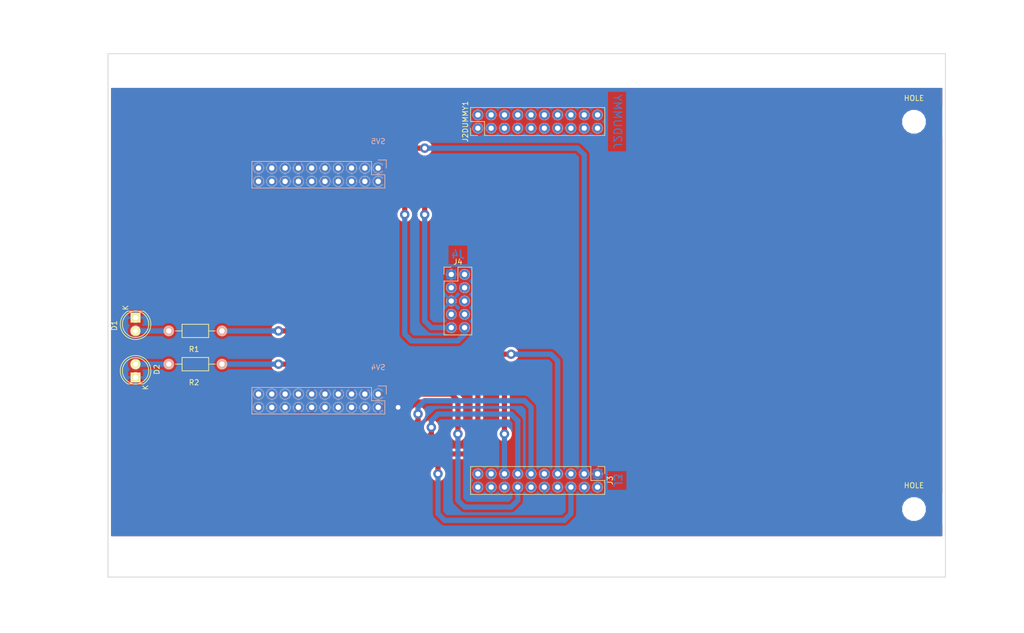
<source format=kicad_pcb>
(kicad_pcb (version 4) (host pcbnew 4.0.5)

  (general
    (links 19)
    (no_connects 0)
    (area 44.925717 19.190001 245.34 141.65)
    (thickness 1.6)
    (drawings 19)
    (tracks 103)
    (zones 0)
    (modules 11)
    (nets 80)
  )

  (page A4)
  (title_block
    (title Seminar_Medit)
    (date 2017-01-05)
    (rev 1.0)
    (company "Idioa Badiola & Patrick Döll")
  )

  (layers
    (0 F.Cu signal)
    (31 B.Cu signal hide)
    (32 B.Adhes user)
    (33 F.Adhes user)
    (34 B.Paste user)
    (35 F.Paste user)
    (36 B.SilkS user)
    (37 F.SilkS user)
    (38 B.Mask user)
    (39 F.Mask user)
    (40 Dwgs.User user)
    (41 Cmts.User user)
    (42 Eco1.User user)
    (43 Eco2.User user)
    (44 Edge.Cuts user)
    (45 Margin user)
    (46 B.CrtYd user)
    (47 F.CrtYd user)
    (48 B.Fab user)
    (49 F.Fab user)
  )

  (setup
    (last_trace_width 1)
    (trace_clearance 0.5)
    (zone_clearance 0.508)
    (zone_45_only yes)
    (trace_min 1)
    (segment_width 0.2)
    (edge_width 0.15)
    (via_size 1.8)
    (via_drill 0.9)
    (via_min_size 0.9)
    (via_min_drill 0.3)
    (uvia_size 0.3)
    (uvia_drill 0.1)
    (uvias_allowed no)
    (uvia_min_size 0.2)
    (uvia_min_drill 0.1)
    (pcb_text_width 0.3)
    (pcb_text_size 1.5 1.5)
    (mod_edge_width 0.15)
    (mod_text_size 1 1)
    (mod_text_width 0.15)
    (pad_size 1.9 1.9)
    (pad_drill 1.00076)
    (pad_to_mask_clearance 0.2)
    (aux_axis_origin 73.66 40.64)
    (grid_origin 146.05 123.19)
    (visible_elements 7FFFFFFF)
    (pcbplotparams
      (layerselection 0x00030_80000001)
      (usegerberextensions false)
      (excludeedgelayer true)
      (linewidth 0.100000)
      (plotframeref false)
      (viasonmask false)
      (mode 1)
      (useauxorigin false)
      (hpglpennumber 1)
      (hpglpenspeed 20)
      (hpglpendiameter 15)
      (hpglpenoverlay 2)
      (psnegative false)
      (psa4output false)
      (plotreference true)
      (plotvalue true)
      (plotinvisibletext false)
      (padsonsilk false)
      (subtractmaskfromsilk false)
      (outputformat 1)
      (mirror false)
      (drillshape 1)
      (scaleselection 1)
      (outputdirectory ""))
  )

  (net 0 "")
  (net 1 "Net-(J2DUMMY1-Pad1)")
  (net 2 "Net-(J2DUMMY1-Pad2)")
  (net 3 "Net-(J2DUMMY1-Pad3)")
  (net 4 "Net-(J2DUMMY1-Pad4)")
  (net 5 "Net-(J2DUMMY1-Pad5)")
  (net 6 "Net-(J2DUMMY1-Pad6)")
  (net 7 "Net-(J2DUMMY1-Pad7)")
  (net 8 "Net-(J2DUMMY1-Pad8)")
  (net 9 "Net-(J2DUMMY1-Pad9)")
  (net 10 "Net-(J2DUMMY1-Pad10)")
  (net 11 "Net-(J2DUMMY1-Pad11)")
  (net 12 "Net-(J2DUMMY1-Pad12)")
  (net 13 "Net-(J2DUMMY1-Pad13)")
  (net 14 "Net-(J2DUMMY1-Pad14)")
  (net 15 "Net-(J2DUMMY1-Pad15)")
  (net 16 "Net-(J2DUMMY1-Pad16)")
  (net 17 "Net-(J2DUMMY1-Pad17)")
  (net 18 "Net-(J2DUMMY1-Pad18)")
  (net 19 "Net-(J2DUMMY1-Pad19)")
  (net 20 "Net-(J2DUMMY1-Pad20)")
  (net 21 "Net-(J3-Pad1)")
  (net 22 "Net-(J3-Pad2)")
  (net 23 SPI_CLK)
  (net 24 GND)
  (net 25 "Net-(J3-Pad5)")
  (net 26 RESET)
  (net 27 SPI_CS)
  (net 28 "Net-(J3-Pad8)")
  (net 29 "Net-(J3-Pad9)")
  (net 30 SPI_IN)
  (net 31 "Net-(J3-Pad12)")
  (net 32 SPI_OUT)
  (net 33 SPI_START)
  (net 34 SPI_DRDY)
  (net 35 "Net-(J3-Pad16)")
  (net 36 "Net-(J3-Pad17)")
  (net 37 "Net-(J3-Pad19)")
  (net 38 "Net-(J3-Pad20)")
  (net 39 "Net-(J4-Pad1)")
  (net 40 "Net-(J4-Pad2)")
  (net 41 "Net-(J4-Pad3)")
  (net 42 "Net-(J4-Pad4)")
  (net 43 "Net-(J4-Pad6)")
  (net 44 "Net-(J4-Pad7)")
  (net 45 "Net-(J4-Pad8)")
  (net 46 +3V3)
  (net 47 +5V)
  (net 48 "Net-(SV4-Pad4)")
  (net 49 "Net-(SV4-Pad6)")
  (net 50 "Net-(SV4-Pad8)")
  (net 51 "Net-(SV4-Pad10)")
  (net 52 "Net-(SV4-Pad13)")
  (net 53 "Net-(SV4-Pad15)")
  (net 54 "Net-(SV4-Pad16)")
  (net 55 "Net-(SV4-Pad17)")
  (net 56 "Net-(SV4-Pad18)")
  (net 57 "Net-(SV4-Pad19)")
  (net 58 "Net-(SV4-Pad20)")
  (net 59 "Net-(SV5-Pad3)")
  (net 60 "Net-(SV5-Pad4)")
  (net 61 "Net-(SV5-Pad5)")
  (net 62 "Net-(SV5-Pad6)")
  (net 63 "Net-(SV5-Pad7)")
  (net 64 "Net-(SV5-Pad8)")
  (net 65 "Net-(SV5-Pad9)")
  (net 66 "Net-(SV5-Pad10)")
  (net 67 "Net-(SV5-Pad11)")
  (net 68 "Net-(SV5-Pad12)")
  (net 69 "Net-(SV5-Pad14)")
  (net 70 "Net-(SV5-Pad15)")
  (net 71 "Net-(SV5-Pad16)")
  (net 72 "Net-(SV5-Pad17)")
  (net 73 "Net-(SV5-Pad18)")
  (net 74 "Net-(SV5-Pad19)")
  (net 75 "Net-(SV5-Pad20)")
  (net 76 "Net-(D1-Pad2)")
  (net 77 "Net-(D2-Pad2)")
  (net 78 /Status)
  (net 79 /Power)

  (net_class Default "Dies ist die voreingestellte Netzklasse."
    (clearance 0.5)
    (trace_width 1)
    (via_dia 1.8)
    (via_drill 0.9)
    (uvia_dia 0.3)
    (uvia_drill 0.1)
    (add_net +3V3)
    (add_net +5V)
    (add_net /Power)
    (add_net /Status)
    (add_net GND)
    (add_net "Net-(D1-Pad2)")
    (add_net "Net-(D2-Pad2)")
    (add_net "Net-(J2DUMMY1-Pad1)")
    (add_net "Net-(J2DUMMY1-Pad10)")
    (add_net "Net-(J2DUMMY1-Pad11)")
    (add_net "Net-(J2DUMMY1-Pad12)")
    (add_net "Net-(J2DUMMY1-Pad13)")
    (add_net "Net-(J2DUMMY1-Pad14)")
    (add_net "Net-(J2DUMMY1-Pad15)")
    (add_net "Net-(J2DUMMY1-Pad16)")
    (add_net "Net-(J2DUMMY1-Pad17)")
    (add_net "Net-(J2DUMMY1-Pad18)")
    (add_net "Net-(J2DUMMY1-Pad19)")
    (add_net "Net-(J2DUMMY1-Pad2)")
    (add_net "Net-(J2DUMMY1-Pad20)")
    (add_net "Net-(J2DUMMY1-Pad3)")
    (add_net "Net-(J2DUMMY1-Pad4)")
    (add_net "Net-(J2DUMMY1-Pad5)")
    (add_net "Net-(J2DUMMY1-Pad6)")
    (add_net "Net-(J2DUMMY1-Pad7)")
    (add_net "Net-(J2DUMMY1-Pad8)")
    (add_net "Net-(J2DUMMY1-Pad9)")
    (add_net "Net-(J3-Pad1)")
    (add_net "Net-(J3-Pad12)")
    (add_net "Net-(J3-Pad16)")
    (add_net "Net-(J3-Pad17)")
    (add_net "Net-(J3-Pad19)")
    (add_net "Net-(J3-Pad2)")
    (add_net "Net-(J3-Pad20)")
    (add_net "Net-(J3-Pad5)")
    (add_net "Net-(J3-Pad8)")
    (add_net "Net-(J3-Pad9)")
    (add_net "Net-(J4-Pad1)")
    (add_net "Net-(J4-Pad2)")
    (add_net "Net-(J4-Pad3)")
    (add_net "Net-(J4-Pad4)")
    (add_net "Net-(J4-Pad6)")
    (add_net "Net-(J4-Pad7)")
    (add_net "Net-(J4-Pad8)")
    (add_net "Net-(SV4-Pad10)")
    (add_net "Net-(SV4-Pad13)")
    (add_net "Net-(SV4-Pad15)")
    (add_net "Net-(SV4-Pad16)")
    (add_net "Net-(SV4-Pad17)")
    (add_net "Net-(SV4-Pad18)")
    (add_net "Net-(SV4-Pad19)")
    (add_net "Net-(SV4-Pad20)")
    (add_net "Net-(SV4-Pad4)")
    (add_net "Net-(SV4-Pad6)")
    (add_net "Net-(SV4-Pad8)")
    (add_net "Net-(SV5-Pad10)")
    (add_net "Net-(SV5-Pad11)")
    (add_net "Net-(SV5-Pad12)")
    (add_net "Net-(SV5-Pad14)")
    (add_net "Net-(SV5-Pad15)")
    (add_net "Net-(SV5-Pad16)")
    (add_net "Net-(SV5-Pad17)")
    (add_net "Net-(SV5-Pad18)")
    (add_net "Net-(SV5-Pad19)")
    (add_net "Net-(SV5-Pad20)")
    (add_net "Net-(SV5-Pad3)")
    (add_net "Net-(SV5-Pad4)")
    (add_net "Net-(SV5-Pad5)")
    (add_net "Net-(SV5-Pad6)")
    (add_net "Net-(SV5-Pad7)")
    (add_net "Net-(SV5-Pad8)")
    (add_net "Net-(SV5-Pad9)")
    (add_net RESET)
    (add_net SPI_CLK)
    (add_net SPI_CS)
    (add_net SPI_DRDY)
    (add_net SPI_IN)
    (add_net SPI_OUT)
    (add_net SPI_START)
  )

  (module Pin_Headers:Pin_Header_Straight_2x10_Pitch2.54mm (layer F.Cu) (tedit 5877BF35) (tstamp 586E67F8)
    (at 137.16 43.18 90)
    (descr "Through hole straight pin header, 2x10, 2.54mm pitch, double rows")
    (tags "Through hole pin header THT 2x10 2.54mm double row")
    (path /5859817E)
    (fp_text reference J2DUMMY1 (at 1.27 -2.39 90) (layer F.SilkS)
      (effects (font (size 1 1) (thickness 0.15)))
    )
    (fp_text value CONN_02X10 (at 1.27 25.25 90) (layer F.Fab)
      (effects (font (size 1 1) (thickness 0.15)))
    )
    (fp_line (start -1.27 -1.27) (end -1.27 24.13) (layer F.Fab) (width 0.1))
    (fp_line (start -1.27 24.13) (end 3.81 24.13) (layer F.Fab) (width 0.1))
    (fp_line (start 3.81 24.13) (end 3.81 -1.27) (layer F.Fab) (width 0.1))
    (fp_line (start 3.81 -1.27) (end -1.27 -1.27) (layer F.Fab) (width 0.1))
    (fp_line (start -1.39 1.27) (end -1.39 24.25) (layer F.SilkS) (width 0.12))
    (fp_line (start -1.39 24.25) (end 3.93 24.25) (layer F.SilkS) (width 0.12))
    (fp_line (start 3.93 24.25) (end 3.93 -1.39) (layer F.SilkS) (width 0.12))
    (fp_line (start 3.93 -1.39) (end 1.27 -1.39) (layer F.SilkS) (width 0.12))
    (fp_line (start 1.27 -1.39) (end 1.27 1.27) (layer F.SilkS) (width 0.12))
    (fp_line (start 1.27 1.27) (end -1.39 1.27) (layer F.SilkS) (width 0.12))
    (fp_line (start -1.39 0) (end -1.39 -1.39) (layer F.SilkS) (width 0.12))
    (fp_line (start -1.39 -1.39) (end 0 -1.39) (layer F.SilkS) (width 0.12))
    (fp_line (start -1.6 -1.6) (end -1.6 24.4) (layer F.CrtYd) (width 0.05))
    (fp_line (start -1.6 24.4) (end 4.1 24.4) (layer F.CrtYd) (width 0.05))
    (fp_line (start 4.1 24.4) (end 4.1 -1.6) (layer F.CrtYd) (width 0.05))
    (fp_line (start 4.1 -1.6) (end -1.6 -1.6) (layer F.CrtYd) (width 0.05))
    (pad 1 thru_hole oval (at 0 0 90) (size 1.9 1.9) (drill 1) (layers *.Mask B.Cu)
      (net 1 "Net-(J2DUMMY1-Pad1)"))
    (pad 2 thru_hole oval (at 2.54 0 90) (size 1.9 1.9) (drill 1) (layers *.Mask B.Cu)
      (net 2 "Net-(J2DUMMY1-Pad2)"))
    (pad 3 thru_hole oval (at 0 2.54 90) (size 1.9 1.9) (drill 1) (layers *.Mask B.Cu)
      (net 3 "Net-(J2DUMMY1-Pad3)"))
    (pad 4 thru_hole oval (at 2.54 2.54 90) (size 1.9 1.9) (drill 1) (layers *.Mask B.Cu)
      (net 4 "Net-(J2DUMMY1-Pad4)"))
    (pad 5 thru_hole oval (at 0 5.08 90) (size 1.9 1.9) (drill 1) (layers *.Mask B.Cu)
      (net 5 "Net-(J2DUMMY1-Pad5)"))
    (pad 6 thru_hole oval (at 2.54 5.08 90) (size 1.9 1.9) (drill 1) (layers *.Mask B.Cu)
      (net 6 "Net-(J2DUMMY1-Pad6)"))
    (pad 7 thru_hole oval (at 0 7.62 90) (size 1.9 1.9) (drill 1) (layers *.Mask B.Cu)
      (net 7 "Net-(J2DUMMY1-Pad7)"))
    (pad 8 thru_hole oval (at 2.54 7.62 90) (size 1.9 1.9) (drill 1) (layers *.Mask B.Cu)
      (net 8 "Net-(J2DUMMY1-Pad8)"))
    (pad 9 thru_hole oval (at 0 10.16 90) (size 1.9 1.9) (drill 1) (layers *.Mask B.Cu)
      (net 9 "Net-(J2DUMMY1-Pad9)"))
    (pad 10 thru_hole oval (at 2.54 10.16 90) (size 1.9 1.9) (drill 1) (layers *.Mask B.Cu)
      (net 10 "Net-(J2DUMMY1-Pad10)"))
    (pad 11 thru_hole oval (at 0 12.7 90) (size 1.9 1.9) (drill 1) (layers *.Mask B.Cu)
      (net 11 "Net-(J2DUMMY1-Pad11)"))
    (pad 12 thru_hole oval (at 2.54 12.7 90) (size 1.9 1.9) (drill 1) (layers *.Mask B.Cu)
      (net 12 "Net-(J2DUMMY1-Pad12)"))
    (pad 13 thru_hole oval (at 0 15.24 90) (size 1.9 1.9) (drill 1) (layers *.Mask B.Cu)
      (net 13 "Net-(J2DUMMY1-Pad13)"))
    (pad 14 thru_hole oval (at 2.54 15.24 90) (size 1.9 1.9) (drill 1) (layers *.Mask B.Cu)
      (net 14 "Net-(J2DUMMY1-Pad14)"))
    (pad 15 thru_hole oval (at 0 17.78 90) (size 1.9 1.9) (drill 1) (layers *.Mask B.Cu)
      (net 15 "Net-(J2DUMMY1-Pad15)"))
    (pad 16 thru_hole oval (at 2.54 17.78 90) (size 1.9 1.9) (drill 1) (layers *.Mask B.Cu)
      (net 16 "Net-(J2DUMMY1-Pad16)"))
    (pad 17 thru_hole oval (at 0 20.32 90) (size 1.9 1.9) (drill 1) (layers *.Mask B.Cu)
      (net 17 "Net-(J2DUMMY1-Pad17)"))
    (pad 18 thru_hole oval (at 2.54 20.32 90) (size 1.9 1.9) (drill 1) (layers *.Mask B.Cu)
      (net 18 "Net-(J2DUMMY1-Pad18)"))
    (pad 19 thru_hole oval (at 0 22.86 90) (size 1.9 1.9) (drill 1) (layers *.Mask B.Cu)
      (net 19 "Net-(J2DUMMY1-Pad19)"))
    (pad 20 thru_hole oval (at 2.54 22.86 90) (size 1.9 1.9) (drill 1) (layers *.Mask B.Cu)
      (net 20 "Net-(J2DUMMY1-Pad20)"))
    (model Pin_Headers.3dshapes/Pin_Header_Straight_2x10.wrl
      (at (xyz 0.05 -0.45 0))
      (scale (xyz 1 1 1))
      (rotate (xyz 0 0 90))
    )
  )

  (module Pin_Headers:Pin_Header_Straight_2x10_Pitch2.54mm (layer F.Cu) (tedit 5877C002) (tstamp 586E6810)
    (at 160.02 109.22 270)
    (descr "Through hole straight pin header, 2x10, 2.54mm pitch, double rows")
    (tags "Through hole pin header THT 2x10 2.54mm double row")
    (path /585980B3)
    (fp_text reference J3 (at 1.27 -2.39 270) (layer F.SilkS)
      (effects (font (size 1 1) (thickness 0.15)))
    )
    (fp_text value CONN_02X10 (at 1.27 25.25 270) (layer F.Fab)
      (effects (font (size 1 1) (thickness 0.15)))
    )
    (fp_line (start -1.27 -1.27) (end -1.27 24.13) (layer F.Fab) (width 0.1))
    (fp_line (start -1.27 24.13) (end 3.81 24.13) (layer F.Fab) (width 0.1))
    (fp_line (start 3.81 24.13) (end 3.81 -1.27) (layer F.Fab) (width 0.1))
    (fp_line (start 3.81 -1.27) (end -1.27 -1.27) (layer F.Fab) (width 0.1))
    (fp_line (start -1.39 1.27) (end -1.39 24.25) (layer F.SilkS) (width 0.12))
    (fp_line (start -1.39 24.25) (end 3.93 24.25) (layer F.SilkS) (width 0.12))
    (fp_line (start 3.93 24.25) (end 3.93 -1.39) (layer F.SilkS) (width 0.12))
    (fp_line (start 3.93 -1.39) (end 1.27 -1.39) (layer F.SilkS) (width 0.12))
    (fp_line (start 1.27 -1.39) (end 1.27 1.27) (layer F.SilkS) (width 0.12))
    (fp_line (start 1.27 1.27) (end -1.39 1.27) (layer F.SilkS) (width 0.12))
    (fp_line (start -1.39 0) (end -1.39 -1.39) (layer F.SilkS) (width 0.12))
    (fp_line (start -1.39 -1.39) (end 0 -1.39) (layer F.SilkS) (width 0.12))
    (fp_line (start -1.6 -1.6) (end -1.6 24.4) (layer F.CrtYd) (width 0.05))
    (fp_line (start -1.6 24.4) (end 4.1 24.4) (layer F.CrtYd) (width 0.05))
    (fp_line (start 4.1 24.4) (end 4.1 -1.6) (layer F.CrtYd) (width 0.05))
    (fp_line (start 4.1 -1.6) (end -1.6 -1.6) (layer F.CrtYd) (width 0.05))
    (pad 1 thru_hole rect (at 0 0 270) (size 1.9 1.9) (drill 1) (layers *.Mask B.Cu)
      (net 21 "Net-(J3-Pad1)"))
    (pad 2 thru_hole oval (at 2.54 0 270) (size 1.9 1.9) (drill 1) (layers *.Mask B.Cu)
      (net 22 "Net-(J3-Pad2)"))
    (pad 3 thru_hole oval (at 0 2.54 270) (size 1.9 1.9) (drill 1) (layers *.Mask B.Cu)
      (net 23 SPI_CLK))
    (pad 4 thru_hole oval (at 2.54 2.54 270) (size 1.9 1.9) (drill 1) (layers *.Mask B.Cu)
      (net 24 GND))
    (pad 5 thru_hole oval (at 0 5.08 270) (size 1.9 1.9) (drill 1) (layers *.Mask B.Cu)
      (net 25 "Net-(J3-Pad5)"))
    (pad 6 thru_hole oval (at 2.54 5.08 270) (size 1.9 1.9) (drill 1) (layers *.Mask B.Cu)
      (net 26 RESET))
    (pad 7 thru_hole oval (at 0 7.62 270) (size 1.9 1.9) (drill 1) (layers *.Mask B.Cu)
      (net 27 SPI_CS))
    (pad 8 thru_hole oval (at 2.54 7.62 270) (size 1.9 1.9) (drill 1) (layers *.Mask B.Cu)
      (net 28 "Net-(J3-Pad8)"))
    (pad 9 thru_hole oval (at 0 10.16 270) (size 1.9 1.9) (drill 1) (layers *.Mask B.Cu)
      (net 29 "Net-(J3-Pad9)"))
    (pad 10 thru_hole oval (at 2.54 10.16 270) (size 1.9 1.9) (drill 1) (layers *.Mask B.Cu)
      (net 24 GND))
    (pad 11 thru_hole oval (at 0 12.7 270) (size 1.9 1.9) (drill 1) (layers *.Mask B.Cu)
      (net 30 SPI_IN))
    (pad 12 thru_hole oval (at 2.54 12.7 270) (size 1.9 1.9) (drill 1) (layers *.Mask B.Cu)
      (net 31 "Net-(J3-Pad12)"))
    (pad 13 thru_hole oval (at 0 15.24 270) (size 1.9 1.9) (drill 1) (layers *.Mask B.Cu)
      (net 32 SPI_OUT))
    (pad 14 thru_hole oval (at 2.54 15.24 270) (size 1.9 1.9) (drill 1) (layers *.Mask B.Cu)
      (net 33 SPI_START))
    (pad 15 thru_hole oval (at 0 17.78 270) (size 1.9 1.9) (drill 1) (layers *.Mask B.Cu)
      (net 34 SPI_DRDY))
    (pad 16 thru_hole oval (at 2.54 17.78 270) (size 1.9 1.9) (drill 1) (layers *.Mask B.Cu)
      (net 35 "Net-(J3-Pad16)"))
    (pad 17 thru_hole oval (at 0 20.32 270) (size 1.9 1.9) (drill 1) (layers *.Mask B.Cu)
      (net 36 "Net-(J3-Pad17)"))
    (pad 18 thru_hole oval (at 2.54 20.32 270) (size 1.9 1.9) (drill 1) (layers *.Mask B.Cu)
      (net 24 GND))
    (pad 19 thru_hole oval (at 0 22.86 270) (size 1.9 1.9) (drill 1) (layers *.Mask B.Cu)
      (net 37 "Net-(J3-Pad19)"))
    (pad 20 thru_hole oval (at 2.54 22.86 270) (size 1.9 1.9) (drill 1) (layers *.Mask B.Cu)
      (net 38 "Net-(J3-Pad20)"))
    (model Pin_Headers.3dshapes/Pin_Header_Straight_2x10.wrl
      (at (xyz 0.05 -0.45 0))
      (scale (xyz 1 1 1))
      (rotate (xyz 0 0 90))
    )
  )

  (module Pin_Headers:Pin_Header_Straight_2x05_Pitch2.54mm (layer F.Cu) (tedit 5877BF7B) (tstamp 586E681E)
    (at 132.08 71.12)
    (descr "Through hole straight pin header, 2x05, 2.54mm pitch, double rows")
    (tags "Through hole pin header THT 2x05 2.54mm double row")
    (path /585A6BD0)
    (fp_text reference J4 (at 1.27 -2.39) (layer F.SilkS)
      (effects (font (size 1 1) (thickness 0.15)))
    )
    (fp_text value CONN_02X05 (at 1.27 12.55) (layer F.Fab)
      (effects (font (size 1 1) (thickness 0.15)))
    )
    (fp_line (start -1.27 -1.27) (end -1.27 11.43) (layer F.Fab) (width 0.1))
    (fp_line (start -1.27 11.43) (end 3.81 11.43) (layer F.Fab) (width 0.1))
    (fp_line (start 3.81 11.43) (end 3.81 -1.27) (layer F.Fab) (width 0.1))
    (fp_line (start 3.81 -1.27) (end -1.27 -1.27) (layer F.Fab) (width 0.1))
    (fp_line (start -1.39 1.27) (end -1.39 11.55) (layer F.SilkS) (width 0.12))
    (fp_line (start -1.39 11.55) (end 3.93 11.55) (layer F.SilkS) (width 0.12))
    (fp_line (start 3.93 11.55) (end 3.93 -1.39) (layer F.SilkS) (width 0.12))
    (fp_line (start 3.93 -1.39) (end 1.27 -1.39) (layer F.SilkS) (width 0.12))
    (fp_line (start 1.27 -1.39) (end 1.27 1.27) (layer F.SilkS) (width 0.12))
    (fp_line (start 1.27 1.27) (end -1.39 1.27) (layer F.SilkS) (width 0.12))
    (fp_line (start -1.39 0) (end -1.39 -1.39) (layer F.SilkS) (width 0.12))
    (fp_line (start -1.39 -1.39) (end 0 -1.39) (layer F.SilkS) (width 0.12))
    (fp_line (start -1.6 -1.6) (end -1.6 11.7) (layer F.CrtYd) (width 0.05))
    (fp_line (start -1.6 11.7) (end 4.1 11.7) (layer F.CrtYd) (width 0.05))
    (fp_line (start 4.1 11.7) (end 4.1 -1.6) (layer F.CrtYd) (width 0.05))
    (fp_line (start 4.1 -1.6) (end -1.6 -1.6) (layer F.CrtYd) (width 0.05))
    (pad 1 thru_hole rect (at 0 0) (size 1.9 1.9) (drill 1) (layers *.Mask B.Cu)
      (net 39 "Net-(J4-Pad1)"))
    (pad 2 thru_hole circle (at 2.54 0) (size 1.9 1.9) (drill 1) (layers *.Mask B.Cu)
      (net 40 "Net-(J4-Pad2)"))
    (pad 3 thru_hole circle (at 0 2.54) (size 1.9 1.9) (drill 1) (layers *.Mask B.Cu)
      (net 41 "Net-(J4-Pad3)"))
    (pad 4 thru_hole circle (at 2.54 2.54) (size 1.9 1.9) (drill 1) (layers *.Mask B.Cu)
      (net 42 "Net-(J4-Pad4)"))
    (pad 5 thru_hole circle (at 0 5.08) (size 1.9 1.9) (drill 1) (layers *.Mask B.Cu)
      (net 24 GND))
    (pad 6 thru_hole circle (at 2.54 5.08) (size 1.9 1.9) (drill 1) (layers *.Mask B.Cu)
      (net 43 "Net-(J4-Pad6)"))
    (pad 7 thru_hole circle (at 0 7.62) (size 1.9 1.9) (drill 1) (layers *.Mask B.Cu)
      (net 44 "Net-(J4-Pad7)"))
    (pad 8 thru_hole circle (at 2.54 7.62) (size 1.9 1.9) (drill 1) (layers *.Mask B.Cu)
      (net 45 "Net-(J4-Pad8)"))
    (pad 9 thru_hole circle (at 0 10.16) (size 1.9 1.9) (drill 1) (layers *.Mask B.Cu)
      (net 46 +3V3))
    (pad 10 thru_hole circle (at 2.54 10.16) (size 1.9 1.9) (drill 1) (layers *.Mask B.Cu)
      (net 47 +5V))
    (model Pin_Headers.3dshapes/Pin_Header_Straight_2x05.wrl
      (at (xyz 0.05 -0.2 0))
      (scale (xyz 1 1 1))
      (rotate (xyz 0 0 90))
    )
  )

  (module Socket_Strips:Socket_Strip_Straight_2x10 (layer B.Cu) (tedit 5877BF1D) (tstamp 586E6836)
    (at 118.11 93.98 180)
    (descr "Through hole socket strip")
    (tags "socket strip")
    (path /585A77FE)
    (fp_text reference SV4 (at 0 5.1 180) (layer B.SilkS)
      (effects (font (size 1 1) (thickness 0.15)) (justify mirror))
    )
    (fp_text value CONN_02X10 (at 2.54 2.54 360) (layer B.Fab)
      (effects (font (size 1 1) (thickness 0.15)) (justify mirror))
    )
    (fp_line (start -1.75 1.75) (end -1.75 -4.3) (layer B.CrtYd) (width 0.05))
    (fp_line (start 24.65 1.75) (end 24.65 -4.3) (layer B.CrtYd) (width 0.05))
    (fp_line (start -1.75 1.75) (end 24.65 1.75) (layer B.CrtYd) (width 0.05))
    (fp_line (start -1.75 -4.3) (end 24.65 -4.3) (layer B.CrtYd) (width 0.05))
    (fp_line (start 24.13 -3.81) (end -1.27 -3.81) (layer B.SilkS) (width 0.15))
    (fp_line (start 1.27 1.27) (end 24.13 1.27) (layer B.SilkS) (width 0.15))
    (fp_line (start 24.13 -3.81) (end 24.13 1.27) (layer B.SilkS) (width 0.15))
    (fp_line (start -1.27 -3.81) (end -1.27 -1.27) (layer B.SilkS) (width 0.15))
    (fp_line (start 0 1.55) (end -1.55 1.55) (layer B.SilkS) (width 0.15))
    (fp_line (start -1.27 -1.27) (end 1.27 -1.27) (layer B.SilkS) (width 0.15))
    (fp_line (start 1.27 -1.27) (end 1.27 1.27) (layer B.SilkS) (width 0.15))
    (fp_line (start -1.55 1.55) (end -1.55 0) (layer B.SilkS) (width 0.15))
    (pad 1 thru_hole oval (at 0 0 180) (size 1.9 1.9) (drill 1.016) (layers *.Mask F.Cu)
      (net 33 SPI_START))
    (pad 2 thru_hole oval (at 0 -2.54 180) (size 1.9 1.9) (drill 1.016) (layers *.Mask F.Cu)
      (net 24 GND))
    (pad 3 thru_hole oval (at 2.54 0 180) (size 1.9 1.9) (drill 1.016) (layers *.Mask F.Cu)
      (net 26 RESET))
    (pad 4 thru_hole oval (at 2.54 -2.54 180) (size 1.9 1.9) (drill 1.016) (layers *.Mask F.Cu)
      (net 48 "Net-(SV4-Pad4)"))
    (pad 5 thru_hole oval (at 5.08 0 180) (size 1.9 1.9) (drill 1.016) (layers *.Mask F.Cu)
      (net 34 SPI_DRDY))
    (pad 6 thru_hole oval (at 5.08 -2.54 180) (size 1.9 1.9) (drill 1.016) (layers *.Mask F.Cu)
      (net 49 "Net-(SV4-Pad6)"))
    (pad 7 thru_hole oval (at 7.62 0 180) (size 1.9 1.9) (drill 1.016) (layers *.Mask F.Cu)
      (net 27 SPI_CS))
    (pad 8 thru_hole oval (at 7.62 -2.54 180) (size 1.9 1.9) (drill 1.016) (layers *.Mask F.Cu)
      (net 50 "Net-(SV4-Pad8)"))
    (pad 9 thru_hole oval (at 10.16 0 180) (size 1.9 1.9) (drill 1.016) (layers *.Mask F.Cu)
      (net 78 /Status))
    (pad 10 thru_hole oval (at 10.16 -2.54 180) (size 1.9 1.9) (drill 1.016) (layers *.Mask F.Cu)
      (net 51 "Net-(SV4-Pad10)"))
    (pad 11 thru_hole oval (at 12.7 0 180) (size 1.9 1.9) (drill 1.016) (layers *.Mask F.Cu)
      (net 79 /Power))
    (pad 12 thru_hole oval (at 12.7 -2.54 180) (size 1.9 1.9) (drill 1.016) (layers *.Mask F.Cu)
      (net 30 SPI_IN))
    (pad 13 thru_hole oval (at 15.24 0 180) (size 1.9 1.9) (drill 1.016) (layers *.Mask F.Cu)
      (net 52 "Net-(SV4-Pad13)"))
    (pad 14 thru_hole oval (at 15.24 -2.54 180) (size 1.9 1.9) (drill 1.016) (layers *.Mask F.Cu)
      (net 32 SPI_OUT))
    (pad 15 thru_hole oval (at 17.78 0 180) (size 1.9 1.9) (drill 1.016) (layers *.Mask F.Cu)
      (net 53 "Net-(SV4-Pad15)"))
    (pad 16 thru_hole oval (at 17.78 -2.54 180) (size 1.9 1.9) (drill 1.016) (layers *.Mask F.Cu)
      (net 54 "Net-(SV4-Pad16)"))
    (pad 17 thru_hole oval (at 20.32 0 180) (size 1.9 1.9) (drill 1.016) (layers *.Mask F.Cu)
      (net 55 "Net-(SV4-Pad17)"))
    (pad 18 thru_hole oval (at 20.32 -2.54 180) (size 1.9 1.9) (drill 1.016) (layers *.Mask F.Cu)
      (net 56 "Net-(SV4-Pad18)"))
    (pad 19 thru_hole oval (at 22.86 0 180) (size 1.9 1.9) (drill 1.016) (layers *.Mask F.Cu)
      (net 57 "Net-(SV4-Pad19)"))
    (pad 20 thru_hole oval (at 22.86 -2.54 180) (size 1.9 1.9) (drill 1.016) (layers *.Mask F.Cu)
      (net 58 "Net-(SV4-Pad20)"))
    (model Socket_Strips.3dshapes/Socket_Strip_Straight_2x10.wrl
      (at (xyz 0.45 -0.05 0))
      (scale (xyz 1 1 1))
      (rotate (xyz 0 0 180))
    )
  )

  (module Socket_Strips:Socket_Strip_Straight_2x10 (layer B.Cu) (tedit 5877BECB) (tstamp 586E684E)
    (at 118.11 50.8 180)
    (descr "Through hole socket strip")
    (tags "socket strip")
    (path /585A6B3F)
    (fp_text reference SV5 (at 0 5.1 180) (layer B.SilkS)
      (effects (font (size 1 1) (thickness 0.15)) (justify mirror))
    )
    (fp_text value CONN_02X10 (at 0 3.1 180) (layer B.Fab)
      (effects (font (size 1 1) (thickness 0.15)) (justify mirror))
    )
    (fp_line (start -1.75 1.75) (end -1.75 -4.3) (layer B.CrtYd) (width 0.05))
    (fp_line (start 24.65 1.75) (end 24.65 -4.3) (layer B.CrtYd) (width 0.05))
    (fp_line (start -1.75 1.75) (end 24.65 1.75) (layer B.CrtYd) (width 0.05))
    (fp_line (start -1.75 -4.3) (end 24.65 -4.3) (layer B.CrtYd) (width 0.05))
    (fp_line (start 24.13 -3.81) (end -1.27 -3.81) (layer B.SilkS) (width 0.15))
    (fp_line (start 1.27 1.27) (end 24.13 1.27) (layer B.SilkS) (width 0.15))
    (fp_line (start 24.13 -3.81) (end 24.13 1.27) (layer B.SilkS) (width 0.15))
    (fp_line (start -1.27 -3.81) (end -1.27 -1.27) (layer B.SilkS) (width 0.15))
    (fp_line (start 0 1.55) (end -1.55 1.55) (layer B.SilkS) (width 0.15))
    (fp_line (start -1.27 -1.27) (end 1.27 -1.27) (layer B.SilkS) (width 0.15))
    (fp_line (start 1.27 -1.27) (end 1.27 1.27) (layer B.SilkS) (width 0.15))
    (fp_line (start -1.55 1.55) (end -1.55 0) (layer B.SilkS) (width 0.15))
    (pad 1 thru_hole oval (at 0 0 180) (size 1.9 1.9) (drill 1.016) (layers *.Mask F.Cu)
      (net 46 +3V3))
    (pad 2 thru_hole oval (at 0 -2.54 180) (size 1.9 1.9) (drill 1.016) (layers *.Mask F.Cu)
      (net 47 +5V))
    (pad 3 thru_hole oval (at 2.54 0 180) (size 1.9 1.9) (drill 1.016) (layers *.Mask F.Cu)
      (net 59 "Net-(SV5-Pad3)"))
    (pad 4 thru_hole oval (at 2.54 -2.54 180) (size 1.9 1.9) (drill 1.016) (layers *.Mask F.Cu)
      (net 60 "Net-(SV5-Pad4)"))
    (pad 5 thru_hole oval (at 5.08 0 180) (size 1.9 1.9) (drill 1.016) (layers *.Mask F.Cu)
      (net 61 "Net-(SV5-Pad5)"))
    (pad 6 thru_hole oval (at 5.08 -2.54 180) (size 1.9 1.9) (drill 1.016) (layers *.Mask F.Cu)
      (net 62 "Net-(SV5-Pad6)"))
    (pad 7 thru_hole oval (at 7.62 0 180) (size 1.9 1.9) (drill 1.016) (layers *.Mask F.Cu)
      (net 63 "Net-(SV5-Pad7)"))
    (pad 8 thru_hole oval (at 7.62 -2.54 180) (size 1.9 1.9) (drill 1.016) (layers *.Mask F.Cu)
      (net 64 "Net-(SV5-Pad8)"))
    (pad 9 thru_hole oval (at 10.16 0 180) (size 1.9 1.9) (drill 1.016) (layers *.Mask F.Cu)
      (net 65 "Net-(SV5-Pad9)"))
    (pad 10 thru_hole oval (at 10.16 -2.54 180) (size 1.9 1.9) (drill 1.016) (layers *.Mask F.Cu)
      (net 66 "Net-(SV5-Pad10)"))
    (pad 11 thru_hole oval (at 12.7 0 180) (size 1.9 1.9) (drill 1.016) (layers *.Mask F.Cu)
      (net 67 "Net-(SV5-Pad11)"))
    (pad 12 thru_hole oval (at 12.7 -2.54 180) (size 1.9 1.9) (drill 1.016) (layers *.Mask F.Cu)
      (net 68 "Net-(SV5-Pad12)"))
    (pad 13 thru_hole oval (at 15.24 0 180) (size 1.9 1.9) (drill 1.016) (layers *.Mask F.Cu)
      (net 23 SPI_CLK))
    (pad 14 thru_hole oval (at 15.24 -2.54 180) (size 1.9 1.9) (drill 1.016) (layers *.Mask F.Cu)
      (net 69 "Net-(SV5-Pad14)"))
    (pad 15 thru_hole oval (at 17.78 0 180) (size 1.9 1.9) (drill 1.016) (layers *.Mask F.Cu)
      (net 70 "Net-(SV5-Pad15)"))
    (pad 16 thru_hole oval (at 17.78 -2.54 180) (size 1.9 1.9) (drill 1.016) (layers *.Mask F.Cu)
      (net 71 "Net-(SV5-Pad16)"))
    (pad 17 thru_hole oval (at 20.32 0 180) (size 1.9 1.9) (drill 1.016) (layers *.Mask F.Cu)
      (net 72 "Net-(SV5-Pad17)"))
    (pad 18 thru_hole oval (at 20.32 -2.54 180) (size 1.9 1.9) (drill 1.016) (layers *.Mask F.Cu)
      (net 73 "Net-(SV5-Pad18)"))
    (pad 19 thru_hole oval (at 22.86 0 180) (size 1.9 1.9) (drill 1.016) (layers *.Mask F.Cu)
      (net 74 "Net-(SV5-Pad19)"))
    (pad 20 thru_hole oval (at 22.86 -2.54 180) (size 1.9 1.9) (drill 1.016) (layers *.Mask F.Cu)
      (net 75 "Net-(SV5-Pad20)"))
    (model Socket_Strips.3dshapes/Socket_Strip_Straight_2x10.wrl
      (at (xyz 0.45 -0.05 0))
      (scale (xyz 1 1 1))
      (rotate (xyz 0 0 180))
    )
  )

  (module Mounting_Holes:MountingHole_3.5mm (layer F.Cu) (tedit 586E8532) (tstamp 586E8428)
    (at 220.49 41.95)
    (descr "Mounting Hole 3.5mm, no annular")
    (tags "mounting hole 3.5mm no annular")
    (fp_text reference HOLE (at 0 -4.5) (layer F.SilkS)
      (effects (font (size 1 1) (thickness 0.15)))
    )
    (fp_text value MountingHole_3.5mm (at 0 4.5) (layer F.Fab)
      (effects (font (size 1 1) (thickness 0.15)))
    )
    (fp_circle (center 0 0) (end 3.5 0) (layer Cmts.User) (width 0.15))
    (fp_circle (center 0 0) (end 3.75 0) (layer F.CrtYd) (width 0.05))
    (pad 1 np_thru_hole circle (at 0 0) (size 3.5 3.5) (drill 3.5) (layers *.Cu *.Mask))
  )

  (module Mounting_Holes:MountingHole_3.5mm (layer F.Cu) (tedit 586E8528) (tstamp 586E842E)
    (at 220.49 115.95)
    (descr "Mounting Hole 3.5mm, no annular")
    (tags "mounting hole 3.5mm no annular")
    (fp_text reference HOLE (at 0 -4.5) (layer F.SilkS)
      (effects (font (size 1 1) (thickness 0.15)))
    )
    (fp_text value MountingHole_3.5mm (at 0 4.5) (layer F.Fab)
      (effects (font (size 1 1) (thickness 0.15)))
    )
    (fp_circle (center 0 0) (end 3.5 0) (layer Cmts.User) (width 0.15))
    (fp_circle (center 0 0) (end 3.75 0) (layer F.CrtYd) (width 0.05))
    (pad 1 np_thru_hole circle (at 0 0) (size 3.5 3.5) (drill 3.5) (layers *.Cu *.Mask))
  )

  (module LEDs:LED-5MM (layer F.Cu) (tedit 5877C0E4) (tstamp 5877A66D)
    (at 71.755 79.375 270)
    (descr "LED 5mm round vertical")
    (tags "LED 5mm round vertical")
    (path /5877A7B5)
    (fp_text reference D1 (at 1.524 4.064 270) (layer F.SilkS)
      (effects (font (size 1 1) (thickness 0.15)))
    )
    (fp_text value GREEN (at 1.524 -3.937 270) (layer F.Fab)
      (effects (font (size 1 1) (thickness 0.15)))
    )
    (fp_line (start -1.5 -1.55) (end -1.5 1.55) (layer F.CrtYd) (width 0.05))
    (fp_arc (start 1.3 0) (end -1.5 1.55) (angle -302) (layer F.CrtYd) (width 0.05))
    (fp_arc (start 1.27 0) (end -1.23 -1.5) (angle 297.5) (layer F.SilkS) (width 0.15))
    (fp_line (start -1.23 1.5) (end -1.23 -1.5) (layer F.SilkS) (width 0.15))
    (fp_circle (center 1.27 0) (end 0.97 -2.5) (layer F.SilkS) (width 0.15))
    (fp_text user K (at -1.905 1.905 270) (layer F.SilkS)
      (effects (font (size 1 1) (thickness 0.15)))
    )
    (pad 1 thru_hole rect (at 0 0 270) (size 1.9 1.9) (drill 1.00076) (layers *.Mask B.Cu F.SilkS)
      (net 24 GND))
    (pad 2 thru_hole circle (at 2.54 0 270) (size 1.9 1.9) (drill 1.00076) (layers *.Mask B.Cu F.SilkS)
      (net 76 "Net-(D1-Pad2)"))
    (model LEDs.3dshapes/LED-5MM.wrl
      (at (xyz 0.05 0 0))
      (scale (xyz 1 1 1))
      (rotate (xyz 0 0 90))
    )
  )

  (module LEDs:LED-5MM (layer F.Cu) (tedit 5877C0ED) (tstamp 5877A673)
    (at 71.755 90.805 90)
    (descr "LED 5mm round vertical")
    (tags "LED 5mm round vertical")
    (path /5877A6CE)
    (fp_text reference D2 (at 1.524 4.064 90) (layer F.SilkS)
      (effects (font (size 1 1) (thickness 0.15)))
    )
    (fp_text value RED (at 1.524 -3.937 90) (layer F.Fab)
      (effects (font (size 1 1) (thickness 0.15)))
    )
    (fp_line (start -1.5 -1.55) (end -1.5 1.55) (layer F.CrtYd) (width 0.05))
    (fp_arc (start 1.3 0) (end -1.5 1.55) (angle -302) (layer F.CrtYd) (width 0.05))
    (fp_arc (start 1.27 0) (end -1.23 -1.5) (angle 297.5) (layer F.SilkS) (width 0.15))
    (fp_line (start -1.23 1.5) (end -1.23 -1.5) (layer F.SilkS) (width 0.15))
    (fp_circle (center 1.27 0) (end 0.97 -2.5) (layer F.SilkS) (width 0.15))
    (fp_text user K (at -1.905 1.905 90) (layer F.SilkS)
      (effects (font (size 1 1) (thickness 0.15)))
    )
    (pad 1 thru_hole rect (at 0 0 90) (size 1.9 1.9) (drill 1.00076) (layers *.Mask B.Cu F.SilkS)
      (net 24 GND))
    (pad 2 thru_hole circle (at 2.54 0 90) (size 1.9 1.9) (drill 1.00076) (layers *.Mask B.Cu F.SilkS)
      (net 77 "Net-(D2-Pad2)"))
    (model LEDs.3dshapes/LED-5MM.wrl
      (at (xyz 0.05 0 0))
      (scale (xyz 1 1 1))
      (rotate (xyz 0 0 90))
    )
  )

  (module Resistors_ThroughHole:Resistor_Horizontal_RM10mm (layer F.Cu) (tedit 5877C0C2) (tstamp 5877A679)
    (at 88.265 81.915 180)
    (descr "Resistor, Axial,  RM 10mm, 1/3W")
    (tags "Resistor Axial RM 10mm 1/3W")
    (path /5877AB39)
    (fp_text reference R1 (at 5.32892 -3.50012 180) (layer F.SilkS)
      (effects (font (size 1 1) (thickness 0.15)))
    )
    (fp_text value 1k (at 5.08 3.81 180) (layer F.Fab)
      (effects (font (size 1 1) (thickness 0.15)))
    )
    (fp_line (start -1.25 -1.5) (end 11.4 -1.5) (layer F.CrtYd) (width 0.05))
    (fp_line (start -1.25 1.5) (end -1.25 -1.5) (layer F.CrtYd) (width 0.05))
    (fp_line (start 11.4 -1.5) (end 11.4 1.5) (layer F.CrtYd) (width 0.05))
    (fp_line (start -1.25 1.5) (end 11.4 1.5) (layer F.CrtYd) (width 0.05))
    (fp_line (start 2.54 -1.27) (end 7.62 -1.27) (layer F.SilkS) (width 0.15))
    (fp_line (start 7.62 -1.27) (end 7.62 1.27) (layer F.SilkS) (width 0.15))
    (fp_line (start 7.62 1.27) (end 2.54 1.27) (layer F.SilkS) (width 0.15))
    (fp_line (start 2.54 1.27) (end 2.54 -1.27) (layer F.SilkS) (width 0.15))
    (fp_line (start 2.54 0) (end 1.27 0) (layer F.SilkS) (width 0.15))
    (fp_line (start 7.62 0) (end 8.89 0) (layer F.SilkS) (width 0.15))
    (pad 1 thru_hole circle (at 0 0 180) (size 1.99898 1.99898) (drill 1.00076) (layers *.SilkS *.Mask B.Cu)
      (net 78 /Status))
    (pad 2 thru_hole circle (at 10.16 0 180) (size 1.99898 1.99898) (drill 1.00076) (layers *.SilkS *.Mask B.Cu)
      (net 76 "Net-(D1-Pad2)"))
    (model Resistors_ThroughHole.3dshapes/Resistor_Horizontal_RM10mm.wrl
      (at (xyz 0.2 0 0))
      (scale (xyz 0.4 0.4 0.4))
      (rotate (xyz 0 0 0))
    )
  )

  (module Resistors_ThroughHole:Resistor_Horizontal_RM10mm (layer F.Cu) (tedit 56648415) (tstamp 5877A67F)
    (at 88.265 88.265 180)
    (descr "Resistor, Axial,  RM 10mm, 1/3W")
    (tags "Resistor Axial RM 10mm 1/3W")
    (path /5877AAEE)
    (fp_text reference R2 (at 5.32892 -3.50012 180) (layer F.SilkS)
      (effects (font (size 1 1) (thickness 0.15)))
    )
    (fp_text value 1k (at 5.08 3.81 180) (layer F.Fab)
      (effects (font (size 1 1) (thickness 0.15)))
    )
    (fp_line (start -1.25 -1.5) (end 11.4 -1.5) (layer F.CrtYd) (width 0.05))
    (fp_line (start -1.25 1.5) (end -1.25 -1.5) (layer F.CrtYd) (width 0.05))
    (fp_line (start 11.4 -1.5) (end 11.4 1.5) (layer F.CrtYd) (width 0.05))
    (fp_line (start -1.25 1.5) (end 11.4 1.5) (layer F.CrtYd) (width 0.05))
    (fp_line (start 2.54 -1.27) (end 7.62 -1.27) (layer F.SilkS) (width 0.15))
    (fp_line (start 7.62 -1.27) (end 7.62 1.27) (layer F.SilkS) (width 0.15))
    (fp_line (start 7.62 1.27) (end 2.54 1.27) (layer F.SilkS) (width 0.15))
    (fp_line (start 2.54 1.27) (end 2.54 -1.27) (layer F.SilkS) (width 0.15))
    (fp_line (start 2.54 0) (end 1.27 0) (layer F.SilkS) (width 0.15))
    (fp_line (start 7.62 0) (end 8.89 0) (layer F.SilkS) (width 0.15))
    (pad 1 thru_hole circle (at 0 0 180) (size 1.99898 1.99898) (drill 1.00076) (layers *.SilkS *.Mask B.Cu)
      (net 79 /Power))
    (pad 2 thru_hole circle (at 10.16 0 180) (size 1.99898 1.99898) (drill 1.00076) (layers *.SilkS *.Mask B.Cu)
      (net 77 "Net-(D2-Pad2)"))
    (model Resistors_ThroughHole.3dshapes/Resistor_Horizontal_RM10mm.wrl
      (at (xyz 0.2 0 0))
      (scale (xyz 0.4 0.4 0.4))
      (rotate (xyz 0 0 0))
    )
  )

  (dimension 66 (width 0.3) (layer Dwgs.User)
    (gr_text "66,000 mm" (at 99.55 24.34) (layer Dwgs.User)
      (effects (font (size 1.5 1.5) (thickness 0.3)))
    )
    (feature1 (pts (xy 132.55 56.19) (xy 132.55 22.99)))
    (feature2 (pts (xy 66.55 56.19) (xy 66.55 22.99)))
    (crossbar (pts (xy 66.55 25.69) (xy 132.55 25.69)))
    (arrow1a (pts (xy 132.55 25.69) (xy 131.423496 26.276421)))
    (arrow1b (pts (xy 132.55 25.69) (xy 131.423496 25.103579)))
    (arrow2a (pts (xy 66.55 25.69) (xy 67.676504 26.276421)))
    (arrow2b (pts (xy 66.55 25.69) (xy 67.676504 25.103579)))
  )
  (dimension 83.1 (width 0.3) (layer Dwgs.User)
    (gr_text "83,100 mm" (at 108 20.540001) (layer Dwgs.User)
      (effects (font (size 1.5 1.5) (thickness 0.3)))
    )
    (feature1 (pts (xy 66.45 80.59) (xy 66.45 19.190001)))
    (feature2 (pts (xy 149.55 80.59) (xy 149.55 19.190001)))
    (crossbar (pts (xy 149.55 21.890001) (xy 66.45 21.890001)))
    (arrow1a (pts (xy 66.45 21.890001) (xy 67.576504 21.30358)))
    (arrow1b (pts (xy 66.45 21.890001) (xy 67.576504 22.476422)))
    (arrow2a (pts (xy 149.55 21.890001) (xy 148.423496 21.30358)))
    (arrow2b (pts (xy 149.55 21.890001) (xy 148.423496 22.476422)))
  )
  (dimension 6 (width 0.3) (layer Dwgs.User)
    (gr_text "6,000 mm" (at 223.49 21.6) (layer Dwgs.User)
      (effects (font (size 1.5 1.5) (thickness 0.3)))
    )
    (feature1 (pts (xy 220.49 41.95) (xy 220.49 20.25)))
    (feature2 (pts (xy 226.49 41.95) (xy 226.49 20.25)))
    (crossbar (pts (xy 226.49 22.95) (xy 220.49 22.95)))
    (arrow1a (pts (xy 220.49 22.95) (xy 221.616504 22.363579)))
    (arrow1b (pts (xy 220.49 22.95) (xy 221.616504 23.536421)))
    (arrow2a (pts (xy 226.49 22.95) (xy 225.363496 22.363579)))
    (arrow2b (pts (xy 226.49 22.95) (xy 225.363496 23.536421)))
  )
  (dimension 6 (width 0.3) (layer Dwgs.User)
    (gr_text "6,000 mm" (at 223.49 135.3) (layer Dwgs.User)
      (effects (font (size 1.5 1.5) (thickness 0.3)))
    )
    (feature1 (pts (xy 220.49 115.95) (xy 220.49 136.65)))
    (feature2 (pts (xy 226.49 115.95) (xy 226.49 136.65)))
    (crossbar (pts (xy 226.49 133.95) (xy 220.49 133.95)))
    (arrow1a (pts (xy 220.49 133.95) (xy 221.616504 133.363579)))
    (arrow1b (pts (xy 220.49 133.95) (xy 221.616504 134.536421)))
    (arrow2a (pts (xy 226.49 133.95) (xy 225.363496 133.363579)))
    (arrow2b (pts (xy 226.49 133.95) (xy 225.363496 134.536421)))
  )
  (dimension 13 (width 0.3) (layer Dwgs.User)
    (gr_text "13,000 mm" (at 238.84 122.45 90) (layer Dwgs.User)
      (effects (font (size 1.5 1.5) (thickness 0.3)))
    )
    (feature1 (pts (xy 214.49 115.95) (xy 240.19 115.95)))
    (feature2 (pts (xy 214.49 128.95) (xy 240.19 128.95)))
    (crossbar (pts (xy 237.49 128.95) (xy 237.49 115.95)))
    (arrow1a (pts (xy 237.49 115.95) (xy 238.076421 117.076504)))
    (arrow1b (pts (xy 237.49 115.95) (xy 236.903579 117.076504)))
    (arrow2a (pts (xy 237.49 128.95) (xy 238.076421 127.823496)))
    (arrow2b (pts (xy 237.49 128.95) (xy 236.903579 127.823496)))
  )
  (dimension 13 (width 0.3) (layer Dwgs.User)
    (gr_text "13,000 mm" (at 236.84 35.45 270) (layer Dwgs.User)
      (effects (font (size 1.5 1.5) (thickness 0.3)))
    )
    (feature1 (pts (xy 215.49 41.95) (xy 238.19 41.95)))
    (feature2 (pts (xy 215.49 28.95) (xy 238.19 28.95)))
    (crossbar (pts (xy 235.49 28.95) (xy 235.49 41.95)))
    (arrow1a (pts (xy 235.49 41.95) (xy 234.903579 40.823496)))
    (arrow1b (pts (xy 235.49 41.95) (xy 236.076421 40.823496)))
    (arrow2a (pts (xy 235.49 28.95) (xy 234.903579 30.076504)))
    (arrow2b (pts (xy 235.49 28.95) (xy 236.076421 30.076504)))
  )
  (gr_text J2DUMMY (at 163.83 41.91 270) (layer B.Cu)
    (effects (font (size 1.5 1.5) (thickness 0.2)) (justify mirror))
  )
  (gr_text J3 (at 163.83 110.49 270) (layer B.Cu)
    (effects (font (size 1.5 1.5) (thickness 0.3)) (justify mirror))
  )
  (gr_text J4 (at 133.35 67.31) (layer B.Cu)
    (effects (font (size 1.5 1.5) (thickness 0.3)) (justify mirror))
  )
  (gr_text J1 (at 91.44 52.07 270) (layer F.Cu)
    (effects (font (size 1.5 1.5) (thickness 0.3)))
  )
  (gr_text J5 (at 91.44 95.25 270) (layer F.Cu)
    (effects (font (size 1.5 1.5) (thickness 0.3)))
  )
  (dimension 40.64 (width 0.3) (layer Dwgs.User)
    (gr_text "40,640 mm" (at 82.47 73.66 90) (layer Dwgs.User)
      (effects (font (size 1.5 1.5) (thickness 0.3)))
    )
    (feature1 (pts (xy 95.25 53.34) (xy 81.12 53.34)))
    (feature2 (pts (xy 95.25 93.98) (xy 81.12 93.98)))
    (crossbar (pts (xy 83.82 93.98) (xy 83.82 53.34)))
    (arrow1a (pts (xy 83.82 53.34) (xy 84.406421 54.466504)))
    (arrow1b (pts (xy 83.82 53.34) (xy 83.233579 54.466504)))
    (arrow2a (pts (xy 83.82 93.98) (xy 84.406421 92.853496)))
    (arrow2b (pts (xy 83.82 93.98) (xy 83.233579 92.853496)))
  )
  (gr_line (start 179.07 81.28) (end 153.67 81.28) (angle 90) (layer Dwgs.User) (width 0.3))
  (dimension 160 (width 0.3) (layer Dwgs.User)
    (gr_text "160,000 mm" (at 146.49 140.299999) (layer Dwgs.User)
      (effects (font (size 1.5 1.5) (thickness 0.3)))
    )
    (feature1 (pts (xy 226.49 128.95) (xy 226.49 141.649999)))
    (feature2 (pts (xy 66.49 128.95) (xy 66.49 141.649999)))
    (crossbar (pts (xy 66.49 138.949999) (xy 226.49 138.949999)))
    (arrow1a (pts (xy 226.49 138.949999) (xy 225.363496 139.53642)))
    (arrow1b (pts (xy 226.49 138.949999) (xy 225.363496 138.363578)))
    (arrow2a (pts (xy 66.49 138.949999) (xy 67.616504 139.53642)))
    (arrow2b (pts (xy 66.49 138.949999) (xy 67.616504 138.363578)))
  )
  (dimension 100 (width 0.3) (layer Dwgs.User)
    (gr_text "100,000 mm" (at 52.140001 78.95 270) (layer Dwgs.User)
      (effects (font (size 1.5 1.5) (thickness 0.3)))
    )
    (feature1 (pts (xy 66.49 128.95) (xy 50.790001 128.95)))
    (feature2 (pts (xy 66.49 28.95) (xy 50.790001 28.95)))
    (crossbar (pts (xy 53.490001 28.95) (xy 53.490001 128.95)))
    (arrow1a (pts (xy 53.490001 128.95) (xy 52.90358 127.823496)))
    (arrow1b (pts (xy 53.490001 128.95) (xy 54.076422 127.823496)))
    (arrow2a (pts (xy 53.490001 28.95) (xy 52.90358 30.076504)))
    (arrow2b (pts (xy 53.490001 28.95) (xy 54.076422 30.076504)))
  )
  (gr_line (start 226.49 28.95) (end 66.49 28.95) (angle 90) (layer Edge.Cuts) (width 0.15))
  (gr_line (start 226.49 128.95) (end 226.49 28.95) (angle 90) (layer Edge.Cuts) (width 0.15))
  (gr_line (start 66.49 128.95) (end 226.49 128.95) (angle 90) (layer Edge.Cuts) (width 0.15))
  (gr_line (start 66.49 28.95) (end 66.49 128.95) (angle 90) (layer Edge.Cuts) (width 0.15))

  (segment (start 102.87 50.8) (end 102.87 48.26) (width 1) (layer F.Cu) (net 23))
  (segment (start 102.87 48.26) (end 104.14 46.99) (width 1) (layer F.Cu) (net 23) (tstamp 5877CA03))
  (segment (start 104.14 46.99) (end 127 46.99) (width 1) (layer F.Cu) (net 23) (tstamp 5877CA07))
  (via (at 127 46.99) (size 1.8) (drill 0.9) (layers F.Cu B.Cu) (net 23))
  (segment (start 127 46.99) (end 156.21 46.99) (width 1) (layer B.Cu) (net 23) (tstamp 5877CA0C))
  (segment (start 156.21 46.99) (end 157.48 48.26) (width 1) (layer B.Cu) (net 23) (tstamp 5877CA0D))
  (segment (start 157.48 48.26) (end 157.48 109.22) (width 1) (layer B.Cu) (net 23) (tstamp 5877CA0F))
  (segment (start 118.11 96.52) (end 121.92 96.52) (width 1) (layer F.Cu) (net 24))
  (via (at 121.92 96.52) (size 1.8) (drill 0.9) (layers F.Cu B.Cu) (net 24))
  (segment (start 115.57 93.98) (end 115.57 92.71) (width 1) (layer F.Cu) (net 26))
  (segment (start 115.57 92.71) (end 116.84 91.44) (width 1) (layer F.Cu) (net 26) (tstamp 5877CB2A))
  (segment (start 116.84 91.44) (end 135.89 91.44) (width 1) (layer F.Cu) (net 26) (tstamp 5877CB2C))
  (segment (start 135.89 91.44) (end 137.16 92.71) (width 1) (layer F.Cu) (net 26) (tstamp 5877CB2D))
  (segment (start 137.16 92.71) (end 137.16 104.14) (width 1) (layer F.Cu) (net 26) (tstamp 5877CB31))
  (segment (start 137.16 104.14) (end 135.89 105.41) (width 1) (layer F.Cu) (net 26) (tstamp 5877CB3D))
  (segment (start 135.89 105.41) (end 130.81 105.41) (width 1) (layer F.Cu) (net 26) (tstamp 5877CB3E))
  (segment (start 130.81 105.41) (end 129.54 106.68) (width 1) (layer F.Cu) (net 26) (tstamp 5877CB44))
  (segment (start 129.54 106.68) (end 129.54 109.22) (width 1) (layer F.Cu) (net 26) (tstamp 5877CB45))
  (via (at 129.54 109.22) (size 1.8) (drill 0.9) (layers F.Cu B.Cu) (net 26))
  (segment (start 129.54 109.22) (end 129.54 116.84) (width 1) (layer B.Cu) (net 26) (tstamp 5877CB49))
  (segment (start 129.54 116.84) (end 130.81 118.11) (width 1) (layer B.Cu) (net 26) (tstamp 5877CB4A))
  (segment (start 130.81 118.11) (end 153.67 118.11) (width 1) (layer B.Cu) (net 26) (tstamp 5877CB53))
  (segment (start 153.67 118.11) (end 154.94 116.84) (width 1) (layer B.Cu) (net 26) (tstamp 5877CB54))
  (segment (start 154.94 116.84) (end 154.94 111.76) (width 1) (layer B.Cu) (net 26) (tstamp 5877CB55))
  (segment (start 152.4 109.22) (end 152.4 87.63) (width 1) (layer B.Cu) (net 27))
  (segment (start 152.4 87.63) (end 151.13 86.36) (width 1) (layer B.Cu) (net 27) (tstamp 5877CA34))
  (segment (start 151.13 86.36) (end 143.51 86.36) (width 1) (layer B.Cu) (net 27) (tstamp 5877CA3B))
  (via (at 143.51 86.36) (size 1.8) (drill 0.9) (layers F.Cu B.Cu) (net 27))
  (segment (start 143.51 86.36) (end 111.76 86.36) (width 1) (layer F.Cu) (net 27) (tstamp 5877CA47))
  (segment (start 111.76 86.36) (end 110.49 87.63) (width 1) (layer F.Cu) (net 27) (tstamp 5877CA48))
  (segment (start 110.49 87.63) (end 110.49 93.98) (width 1) (layer F.Cu) (net 27) (tstamp 5877CA49))
  (segment (start 105.41 96.52) (end 105.41 99.06) (width 1) (layer F.Cu) (net 30))
  (segment (start 105.41 99.06) (end 106.68 100.33) (width 1) (layer F.Cu) (net 30) (tstamp 5877CB8C))
  (segment (start 106.68 100.33) (end 124.46 100.33) (width 1) (layer F.Cu) (net 30) (tstamp 5877CB8D))
  (segment (start 124.46 100.33) (end 125.73 99.06) (width 1) (layer F.Cu) (net 30) (tstamp 5877CB93))
  (segment (start 125.73 99.06) (end 125.73 97.79) (width 1) (layer F.Cu) (net 30) (tstamp 5877CB94))
  (via (at 125.73 97.79) (size 1.8) (drill 0.9) (layers F.Cu B.Cu) (net 30))
  (segment (start 125.73 97.79) (end 125.73 96.52) (width 1) (layer B.Cu) (net 30) (tstamp 5877CB99))
  (segment (start 125.73 96.52) (end 127 95.25) (width 1) (layer B.Cu) (net 30) (tstamp 5877CD8B))
  (segment (start 127 95.25) (end 127 95.25) (width 1) (layer B.Cu) (net 30) (tstamp 5877CD7E))
  (segment (start 127 95.25) (end 146.05 95.25) (width 1) (layer B.Cu) (net 30) (tstamp 5877CB9A))
  (segment (start 146.05 95.25) (end 147.32 96.52) (width 1) (layer B.Cu) (net 30) (tstamp 5877CB9B))
  (segment (start 147.32 96.52) (end 147.32 109.22) (width 1) (layer B.Cu) (net 30) (tstamp 5877CB9D))
  (segment (start 144.78 109.22) (end 144.78 99.06) (width 1) (layer B.Cu) (net 32))
  (segment (start 144.78 99.06) (end 144.78 99.06) (width 1) (layer B.Cu) (net 32) (tstamp 5877CB62))
  (segment (start 144.78 99.06) (end 143.51 97.79) (width 1) (layer B.Cu) (net 32) (tstamp 5877CB69))
  (segment (start 143.51 97.79) (end 143.51 97.79) (width 1) (layer B.Cu) (net 32) (tstamp 5877CCD8))
  (segment (start 143.51 97.79) (end 129.54 97.79) (width 1) (layer B.Cu) (net 32) (tstamp 5877CD3E))
  (segment (start 129.54 97.79) (end 128.27 99.06) (width 1) (layer B.Cu) (net 32) (tstamp 5877CD63))
  (segment (start 128.27 99.06) (end 128.27 100.33) (width 1) (layer B.Cu) (net 32) (tstamp 5877CE67))
  (via (at 128.27 100.33) (size 1.8) (drill 0.9) (layers F.Cu B.Cu) (net 32))
  (segment (start 128.27 100.33) (end 128.27 100.33) (width 1) (layer F.Cu) (net 32) (tstamp 5877CB77))
  (segment (start 128.27 100.33) (end 128.27 101.6) (width 1) (layer F.Cu) (net 32) (tstamp 5877CB78))
  (segment (start 128.27 101.6) (end 127 102.87) (width 1) (layer F.Cu) (net 32) (tstamp 5877CB83))
  (segment (start 127 102.87) (end 104.14 102.87) (width 1) (layer F.Cu) (net 32) (tstamp 5877CB85))
  (segment (start 104.14 102.87) (end 102.87 101.6) (width 1) (layer F.Cu) (net 32) (tstamp 5877CB86))
  (segment (start 102.87 101.6) (end 102.87 96.52) (width 1) (layer F.Cu) (net 32) (tstamp 5877CB89))
  (segment (start 118.11 93.98) (end 132.08 93.98) (width 1) (layer F.Cu) (net 33))
  (segment (start 132.08 93.98) (end 133.35 95.25) (width 1) (layer F.Cu) (net 33) (tstamp 5877CB04))
  (segment (start 133.35 95.25) (end 133.35 101.6) (width 1) (layer F.Cu) (net 33) (tstamp 5877CB09))
  (via (at 133.35 101.6) (size 1.8) (drill 0.9) (layers F.Cu B.Cu) (net 33))
  (segment (start 133.35 101.6) (end 133.35 113.03) (width 1) (layer B.Cu) (net 33) (tstamp 5877CB15))
  (segment (start 133.35 113.03) (end 133.35 114.3) (width 1) (layer B.Cu) (net 33) (tstamp 5877CB16))
  (segment (start 133.35 114.3) (end 134.62 115.57) (width 1) (layer B.Cu) (net 33) (tstamp 5877CB17))
  (segment (start 134.62 115.57) (end 143.51 115.57) (width 1) (layer B.Cu) (net 33) (tstamp 5877CB1D))
  (segment (start 143.51 115.57) (end 144.78 114.3) (width 1) (layer B.Cu) (net 33) (tstamp 5877CB1E))
  (segment (start 144.78 114.3) (end 144.78 111.76) (width 1) (layer B.Cu) (net 33) (tstamp 5877CB1F))
  (segment (start 113.03 93.98) (end 113.03 90.17) (width 1) (layer F.Cu) (net 34))
  (segment (start 113.03 90.17) (end 114.3 88.9) (width 1) (layer F.Cu) (net 34) (tstamp 5877CA90))
  (segment (start 114.3 88.9) (end 140.97 88.9) (width 1) (layer F.Cu) (net 34) (tstamp 5877CA92))
  (segment (start 140.97 88.9) (end 142.24 90.17) (width 1) (layer F.Cu) (net 34) (tstamp 5877CA93))
  (segment (start 142.24 90.17) (end 142.24 99.06) (width 1) (layer F.Cu) (net 34) (tstamp 5877CA95))
  (segment (start 142.24 99.06) (end 142.24 101.6) (width 1) (layer F.Cu) (net 34) (tstamp 5877CE4E))
  (via (at 142.24 101.6) (size 1.8) (drill 0.9) (layers F.Cu B.Cu) (net 34))
  (segment (start 142.24 101.6) (end 142.24 109.22) (width 1) (layer B.Cu) (net 34) (tstamp 5877CA9D))
  (segment (start 118.11 50.8) (end 125.73 50.8) (width 1) (layer F.Cu) (net 46))
  (segment (start 125.73 50.8) (end 127 52.07) (width 1) (layer F.Cu) (net 46) (tstamp 5877C995))
  (segment (start 127 52.07) (end 127 59.69) (width 1) (layer F.Cu) (net 46) (tstamp 5877C996))
  (via (at 127 59.69) (size 1.8) (drill 0.9) (layers F.Cu B.Cu) (net 46))
  (segment (start 127 59.69) (end 127 80.01) (width 1) (layer B.Cu) (net 46) (tstamp 5877C998))
  (segment (start 127 80.01) (end 128.27 81.28) (width 1) (layer B.Cu) (net 46) (tstamp 5877C999))
  (segment (start 128.27 81.28) (end 132.08 81.28) (width 1) (layer B.Cu) (net 46) (tstamp 5877C99A))
  (segment (start 118.11 53.34) (end 121.92 53.34) (width 1) (layer F.Cu) (net 47))
  (segment (start 121.92 53.34) (end 123.19 54.61) (width 1) (layer F.Cu) (net 47) (tstamp 5877C9CA))
  (segment (start 123.19 54.61) (end 123.19 59.69) (width 1) (layer F.Cu) (net 47) (tstamp 5877C9CC))
  (via (at 123.19 59.69) (size 1.8) (drill 0.9) (layers F.Cu B.Cu) (net 47))
  (segment (start 123.19 59.69) (end 123.19 82.55) (width 1) (layer B.Cu) (net 47) (tstamp 5877C9CF))
  (segment (start 123.19 82.55) (end 124.46 83.82) (width 1) (layer B.Cu) (net 47) (tstamp 5877C9D0))
  (segment (start 124.46 83.82) (end 133.35 83.82) (width 1) (layer B.Cu) (net 47) (tstamp 5877C9D5))
  (segment (start 133.35 83.82) (end 134.62 82.55) (width 1) (layer B.Cu) (net 47) (tstamp 5877C9D7))
  (segment (start 134.62 82.55) (end 134.62 81.28) (width 1) (layer B.Cu) (net 47) (tstamp 5877C9D9))
  (segment (start 78.105 81.915) (end 71.755 81.915) (width 1) (layer B.Cu) (net 76))
  (segment (start 78.105 88.265) (end 71.755 88.265) (width 1) (layer B.Cu) (net 77))
  (segment (start 107.95 93.98) (end 107.95 83.82) (width 1) (layer F.Cu) (net 78))
  (segment (start 99.06 81.915) (end 88.265 81.915) (width 1) (layer B.Cu) (net 78) (tstamp 5877A838))
  (via (at 99.06 81.915) (size 1.8) (drill 0.9) (layers F.Cu B.Cu) (net 78))
  (segment (start 106.045 81.915) (end 99.06 81.915) (width 1) (layer F.Cu) (net 78) (tstamp 5877A834))
  (segment (start 107.95 83.82) (end 106.045 81.915) (width 1) (layer F.Cu) (net 78) (tstamp 5877A831))
  (segment (start 105.41 93.98) (end 105.41 89.535) (width 1) (layer F.Cu) (net 79))
  (segment (start 99.06 88.265) (end 88.265 88.265) (width 1) (layer B.Cu) (net 79) (tstamp 5877A856))
  (via (at 99.06 88.265) (size 1.8) (drill 0.9) (layers F.Cu B.Cu) (net 79))
  (segment (start 104.14 88.265) (end 99.06 88.265) (width 1) (layer F.Cu) (net 79) (tstamp 5877A84F))
  (segment (start 105.41 89.535) (end 104.14 88.265) (width 1) (layer F.Cu) (net 79) (tstamp 5877A84B))

  (zone (net 0) (net_name "") (layer F.Cu) (tstamp 586E7019) (hatch full 0.508)
    (connect_pads (clearance 0.508))
    (min_thickness 0.254)
    (keepout (tracks not_allowed) (vias not_allowed) (copperpour not_allowed))
    (fill yes (arc_segments 16) (thermal_gap 0.508) (thermal_bridge_width 0.508))
    (polygon
      (pts
        (xy 66.49 28.95) (xy 66.49 35.49) (xy 226.49 35.49) (xy 226.49 28.95)
      )
    )
  )
  (zone (net 0) (net_name "") (layer F.Cu) (tstamp 586E703A) (hatch full 0.508)
    (connect_pads (clearance 0.508))
    (min_thickness 0.254)
    (keepout (tracks not_allowed) (vias not_allowed) (copperpour not_allowed))
    (fill yes (arc_segments 16) (thermal_gap 0.508) (thermal_bridge_width 0.508))
    (polygon
      (pts
        (xy 66.49 128.95) (xy 66.49 121.14) (xy 226.49 121.14) (xy 226.49 128.95)
      )
    )
  )
  (zone (net 0) (net_name "") (layer B.Cu) (tstamp 586E704B) (hatch full 0.508)
    (connect_pads (clearance 0.508))
    (min_thickness 0.254)
    (keepout (tracks not_allowed) (vias not_allowed) (copperpour not_allowed))
    (fill yes (arc_segments 16) (thermal_gap 0.508) (thermal_bridge_width 0.508))
    (polygon
      (pts
        (xy 66.49 28.95) (xy 66.49 35.49) (xy 226.49 35.49) (xy 226.49 28.95)
      )
    )
  )
  (zone (net 0) (net_name "") (layer B.Cu) (tstamp 586E7055) (hatch full 0.508)
    (connect_pads (clearance 0.508))
    (min_thickness 0.254)
    (keepout (tracks not_allowed) (vias not_allowed) (copperpour not_allowed))
    (fill yes (arc_segments 16) (thermal_gap 0.508) (thermal_bridge_width 0.508))
    (polygon
      (pts
        (xy 66.49 121.14) (xy 66.49 128.95) (xy 226.49 128.95) (xy 226.49 121.14)
      )
    )
  )
  (zone (net 24) (net_name GND) (layer B.Cu) (tstamp 586E7C24) (hatch edge 0.508)
    (connect_pads (clearance 0.508))
    (min_thickness 0.254)
    (fill yes (arc_segments 16) (thermal_gap 0.508) (thermal_bridge_width 0.508))
    (polygon
      (pts
        (xy 66.49 28.95) (xy 66.49 128.95) (xy 226.49 128.95) (xy 226.49 28.95)
      )
    )
    (filled_polygon
      (pts
        (xy 225.78 121.013) (xy 67.2 121.013) (xy 67.2 98.093991) (xy 124.194735 98.093991) (xy 124.427932 98.658371)
        (xy 124.859357 99.090551) (xy 125.42333 99.324733) (xy 126.033991 99.325265) (xy 126.598371 99.092068) (xy 127.030551 98.660643)
        (xy 127.264733 98.09667) (xy 127.265265 97.486009) (xy 127.032068 96.921629) (xy 126.982829 96.872303) (xy 127.470132 96.385)
        (xy 145.579868 96.385) (xy 146.185 96.990132) (xy 146.185 108.08949) (xy 146.05 108.291531) (xy 145.915 108.08949)
        (xy 145.915 99.06) (xy 145.828603 98.625654) (xy 145.582566 98.257434) (xy 144.312566 96.987434) (xy 144.214082 96.921629)
        (xy 143.944346 96.741397) (xy 143.51 96.655) (xy 129.54 96.655) (xy 129.105654 96.741397) (xy 128.835918 96.921629)
        (xy 128.737434 96.987434) (xy 127.467434 98.257434) (xy 127.221397 98.625654) (xy 127.135 99.06) (xy 127.135 99.294095)
        (xy 126.969449 99.459357) (xy 126.735267 100.02333) (xy 126.734735 100.633991) (xy 126.967932 101.198371) (xy 127.399357 101.630551)
        (xy 127.96333 101.864733) (xy 128.573991 101.865265) (xy 129.138371 101.632068) (xy 129.570551 101.200643) (xy 129.804733 100.63667)
        (xy 129.805265 100.026009) (xy 129.572068 99.461629) (xy 129.522829 99.412303) (xy 130.010132 98.925) (xy 143.039868 98.925)
        (xy 143.645 99.530132) (xy 143.645 100.980744) (xy 143.542068 100.731629) (xy 143.110643 100.299449) (xy 142.54667 100.065267)
        (xy 141.936009 100.064735) (xy 141.371629 100.297932) (xy 140.939449 100.729357) (xy 140.705267 101.29333) (xy 140.704735 101.903991)
        (xy 140.937932 102.468371) (xy 141.105 102.635731) (xy 141.105 108.08949) (xy 140.97 108.291531) (xy 140.820764 108.068184)
        (xy 140.306553 107.724599) (xy 139.7 107.603948) (xy 139.093447 107.724599) (xy 138.579236 108.068184) (xy 138.43 108.291531)
        (xy 138.280764 108.068184) (xy 137.766553 107.724599) (xy 137.16 107.603948) (xy 136.553447 107.724599) (xy 136.039236 108.068184)
        (xy 135.695651 108.582395) (xy 135.575 109.188948) (xy 135.575 109.251052) (xy 135.695651 109.857605) (xy 136.039236 110.371816)
        (xy 136.216111 110.49) (xy 136.039236 110.608184) (xy 135.695651 111.122395) (xy 135.575 111.728948) (xy 135.575 111.791052)
        (xy 135.695651 112.397605) (xy 136.039236 112.911816) (xy 136.553447 113.255401) (xy 137.16 113.376052) (xy 137.766553 113.255401)
        (xy 138.280764 112.911816) (xy 138.423708 112.697885) (xy 138.874095 113.112825) (xy 139.327412 113.300586) (xy 139.573 113.180584)
        (xy 139.573 111.887) (xy 139.553 111.887) (xy 139.553 111.633) (xy 139.573 111.633) (xy 139.573 111.613)
        (xy 139.827 111.613) (xy 139.827 111.633) (xy 139.847 111.633) (xy 139.847 111.887) (xy 139.827 111.887)
        (xy 139.827 113.180584) (xy 140.072588 113.300586) (xy 140.525905 113.112825) (xy 140.976292 112.697885) (xy 141.119236 112.911816)
        (xy 141.633447 113.255401) (xy 142.24 113.376052) (xy 142.846553 113.255401) (xy 143.360764 112.911816) (xy 143.51 112.688469)
        (xy 143.645 112.89051) (xy 143.645 113.829868) (xy 143.039868 114.435) (xy 135.090132 114.435) (xy 134.485 113.829868)
        (xy 134.485 102.635905) (xy 134.650551 102.470643) (xy 134.884733 101.90667) (xy 134.885265 101.296009) (xy 134.652068 100.731629)
        (xy 134.220643 100.299449) (xy 133.65667 100.065267) (xy 133.046009 100.064735) (xy 132.481629 100.297932) (xy 132.049449 100.729357)
        (xy 131.815267 101.29333) (xy 131.814735 101.903991) (xy 132.047932 102.468371) (xy 132.215 102.635731) (xy 132.215 114.3)
        (xy 132.301397 114.734346) (xy 132.323506 114.767434) (xy 132.547434 115.102566) (xy 133.817434 116.372566) (xy 134.185654 116.618603)
        (xy 134.62 116.705) (xy 143.51 116.705) (xy 143.944346 116.618603) (xy 144.312566 116.372566) (xy 145.582566 115.102566)
        (xy 145.806494 114.767434) (xy 145.828603 114.734346) (xy 145.915 114.3) (xy 145.915 112.89051) (xy 146.05 112.688469)
        (xy 146.199236 112.911816) (xy 146.713447 113.255401) (xy 147.32 113.376052) (xy 147.926553 113.255401) (xy 148.440764 112.911816)
        (xy 148.583708 112.697885) (xy 149.034095 113.112825) (xy 149.487412 113.300586) (xy 149.733 113.180584) (xy 149.733 111.887)
        (xy 149.713 111.887) (xy 149.713 111.633) (xy 149.733 111.633) (xy 149.733 111.613) (xy 149.987 111.613)
        (xy 149.987 111.633) (xy 150.007 111.633) (xy 150.007 111.887) (xy 149.987 111.887) (xy 149.987 113.180584)
        (xy 150.232588 113.300586) (xy 150.685905 113.112825) (xy 151.136292 112.697885) (xy 151.279236 112.911816) (xy 151.793447 113.255401)
        (xy 152.4 113.376052) (xy 153.006553 113.255401) (xy 153.520764 112.911816) (xy 153.67 112.688469) (xy 153.805 112.89051)
        (xy 153.805 116.369868) (xy 153.199868 116.975) (xy 131.280132 116.975) (xy 130.675 116.369868) (xy 130.675 110.255905)
        (xy 130.840551 110.090643) (xy 131.074733 109.52667) (xy 131.075265 108.916009) (xy 130.842068 108.351629) (xy 130.410643 107.919449)
        (xy 129.84667 107.685267) (xy 129.236009 107.684735) (xy 128.671629 107.917932) (xy 128.239449 108.349357) (xy 128.005267 108.91333)
        (xy 128.004735 109.523991) (xy 128.237932 110.088371) (xy 128.405 110.255731) (xy 128.405 116.84) (xy 128.491397 117.274346)
        (xy 128.513506 117.307434) (xy 128.737434 117.642566) (xy 130.007434 118.912566) (xy 130.375654 119.158603) (xy 130.81 119.245)
        (xy 153.67 119.245) (xy 154.104346 119.158603) (xy 154.472566 118.912566) (xy 155.742566 117.642566) (xy 155.966494 117.307434)
        (xy 155.988603 117.274346) (xy 156.075 116.84) (xy 156.075 116.422325) (xy 218.104587 116.422325) (xy 218.466916 117.299229)
        (xy 219.137242 117.970726) (xy 220.013513 118.334585) (xy 220.962325 118.335413) (xy 221.839229 117.973084) (xy 222.510726 117.302758)
        (xy 222.874585 116.426487) (xy 222.875413 115.477675) (xy 222.513084 114.600771) (xy 221.842758 113.929274) (xy 220.966487 113.565415)
        (xy 220.017675 113.564587) (xy 219.140771 113.926916) (xy 218.469274 114.597242) (xy 218.105415 115.473513) (xy 218.104587 116.422325)
        (xy 156.075 116.422325) (xy 156.075 112.89051) (xy 156.203708 112.697885) (xy 156.654095 113.112825) (xy 157.107412 113.300586)
        (xy 157.353 113.180584) (xy 157.353 111.887) (xy 157.333 111.887) (xy 157.333 111.633) (xy 157.353 111.633)
        (xy 157.353 111.613) (xy 157.607 111.613) (xy 157.607 111.633) (xy 157.627 111.633) (xy 157.627 111.887)
        (xy 157.607 111.887) (xy 157.607 113.180584) (xy 157.852588 113.300586) (xy 158.305905 113.112825) (xy 158.756292 112.697885)
        (xy 158.899236 112.911816) (xy 159.413447 113.255401) (xy 160.02 113.376052) (xy 160.626553 113.255401) (xy 161.140764 112.911816)
        (xy 161.484349 112.397605) (xy 161.605 111.791052) (xy 161.605 111.728948) (xy 161.484349 111.122395) (xy 161.237263 110.752605)
        (xy 161.421441 110.63409) (xy 161.566431 110.42189) (xy 161.61744 110.17) (xy 161.61744 108.569286) (xy 161.845 108.569286)
        (xy 161.845 112.410714) (xy 165.665 112.410714) (xy 165.665 108.569286) (xy 161.845 108.569286) (xy 161.61744 108.569286)
        (xy 161.61744 108.27) (xy 161.573162 108.034683) (xy 161.43409 107.818559) (xy 161.22189 107.673569) (xy 160.97 107.62256)
        (xy 159.07 107.62256) (xy 158.834683 107.666838) (xy 158.618559 107.80591) (xy 158.615 107.811119) (xy 158.615 48.26)
        (xy 158.528603 47.825654) (xy 158.282566 47.457434) (xy 157.012566 46.187434) (xy 156.914082 46.121629) (xy 156.644346 45.941397)
        (xy 156.21 45.855) (xy 128.035905 45.855) (xy 127.870643 45.689449) (xy 127.30667 45.455267) (xy 126.696009 45.454735)
        (xy 126.131629 45.687932) (xy 125.699449 46.119357) (xy 125.465267 46.68333) (xy 125.464735 47.293991) (xy 125.697932 47.858371)
        (xy 126.129357 48.290551) (xy 126.69333 48.524733) (xy 127.303991 48.525265) (xy 127.868371 48.292068) (xy 128.035731 48.125)
        (xy 155.739868 48.125) (xy 156.345 48.730132) (xy 156.345 108.08949) (xy 156.21 108.291531) (xy 156.060764 108.068184)
        (xy 155.546553 107.724599) (xy 154.94 107.603948) (xy 154.333447 107.724599) (xy 153.819236 108.068184) (xy 153.67 108.291531)
        (xy 153.535 108.08949) (xy 153.535 87.63) (xy 153.448603 87.195654) (xy 153.202566 86.827434) (xy 151.932566 85.557434)
        (xy 151.834082 85.491629) (xy 151.564346 85.311397) (xy 151.13 85.225) (xy 144.545905 85.225) (xy 144.380643 85.059449)
        (xy 143.81667 84.825267) (xy 143.206009 84.824735) (xy 142.641629 85.057932) (xy 142.209449 85.489357) (xy 141.975267 86.05333)
        (xy 141.974735 86.663991) (xy 142.207932 87.228371) (xy 142.639357 87.660551) (xy 143.20333 87.894733) (xy 143.813991 87.895265)
        (xy 144.378371 87.662068) (xy 144.545731 87.495) (xy 150.659868 87.495) (xy 151.265 88.100132) (xy 151.265 108.08949)
        (xy 151.13 108.291531) (xy 150.980764 108.068184) (xy 150.466553 107.724599) (xy 149.86 107.603948) (xy 149.253447 107.724599)
        (xy 148.739236 108.068184) (xy 148.59 108.291531) (xy 148.455 108.08949) (xy 148.455 96.52) (xy 148.368603 96.085654)
        (xy 148.122566 95.717434) (xy 146.852566 94.447434) (xy 146.484346 94.201397) (xy 146.05 94.115) (xy 127 94.115)
        (xy 126.565654 94.201397) (xy 126.197434 94.447434) (xy 124.927434 95.717434) (xy 124.681397 96.085654) (xy 124.595 96.52)
        (xy 124.595 96.754095) (xy 124.429449 96.919357) (xy 124.195267 97.48333) (xy 124.194735 98.093991) (xy 67.2 98.093991)
        (xy 67.2 96.746359) (xy 94.106802 96.746359) (xy 94.280446 97.166612) (xy 94.601697 97.488423) (xy 95.021646 97.662801)
        (xy 95.476359 97.663198) (xy 95.896612 97.489554) (xy 96.218423 97.168303) (xy 96.392801 96.748354) (xy 96.392802 96.746359)
        (xy 96.646802 96.746359) (xy 96.820446 97.166612) (xy 97.141697 97.488423) (xy 97.561646 97.662801) (xy 98.016359 97.663198)
        (xy 98.436612 97.489554) (xy 98.758423 97.168303) (xy 98.932801 96.748354) (xy 98.932802 96.746359) (xy 99.186802 96.746359)
        (xy 99.360446 97.166612) (xy 99.681697 97.488423) (xy 100.101646 97.662801) (xy 100.556359 97.663198) (xy 100.976612 97.489554)
        (xy 101.298423 97.168303) (xy 101.472801 96.748354) (xy 101.472802 96.746359) (xy 101.726802 96.746359) (xy 101.900446 97.166612)
        (xy 102.221697 97.488423) (xy 102.641646 97.662801) (xy 103.096359 97.663198) (xy 103.516612 97.489554) (xy 103.838423 97.168303)
        (xy 104.012801 96.748354) (xy 104.012802 96.746359) (xy 104.266802 96.746359) (xy 104.440446 97.166612) (xy 104.761697 97.488423)
        (xy 105.181646 97.662801) (xy 105.636359 97.663198) (xy 106.056612 97.489554) (xy 106.378423 97.168303) (xy 106.552801 96.748354)
        (xy 106.552802 96.746359) (xy 106.806802 96.746359) (xy 106.980446 97.166612) (xy 107.301697 97.488423) (xy 107.721646 97.662801)
        (xy 108.176359 97.663198) (xy 108.596612 97.489554) (xy 108.918423 97.168303) (xy 109.092801 96.748354) (xy 109.092802 96.746359)
        (xy 109.346802 96.746359) (xy 109.520446 97.166612) (xy 109.841697 97.488423) (xy 110.261646 97.662801) (xy 110.716359 97.663198)
        (xy 111.136612 97.489554) (xy 111.458423 97.168303) (xy 111.632801 96.748354) (xy 111.632802 96.746359) (xy 111.886802 96.746359)
        (xy 112.060446 97.166612) (xy 112.381697 97.488423) (xy 112.801646 97.662801) (xy 113.256359 97.663198) (xy 113.676612 97.489554)
        (xy 113.998423 97.168303) (xy 114.172801 96.748354) (xy 114.172802 96.746359) (xy 114.426802 96.746359) (xy 114.600446 97.166612)
        (xy 114.921697 97.488423) (xy 115.341646 97.662801) (xy 115.796359 97.663198) (xy 116.216612 97.489554) (xy 116.538423 97.168303)
        (xy 116.712801 96.748354) (xy 116.712802 96.746359) (xy 116.966802 96.746359) (xy 117.140446 97.166612) (xy 117.461697 97.488423)
        (xy 117.881646 97.662801) (xy 118.336359 97.663198) (xy 118.756612 97.489554) (xy 119.078423 97.168303) (xy 119.252801 96.748354)
        (xy 119.253198 96.293641) (xy 119.079554 95.873388) (xy 118.758303 95.551577) (xy 118.338354 95.377199) (xy 117.883641 95.376802)
        (xy 117.463388 95.550446) (xy 117.141577 95.871697) (xy 116.967199 96.291646) (xy 116.966802 96.746359) (xy 116.712802 96.746359)
        (xy 116.713198 96.293641) (xy 116.539554 95.873388) (xy 116.218303 95.551577) (xy 115.798354 95.377199) (xy 115.343641 95.376802)
        (xy 114.923388 95.550446) (xy 114.601577 95.871697) (xy 114.427199 96.291646) (xy 114.426802 96.746359) (xy 114.172802 96.746359)
        (xy 114.173198 96.293641) (xy 113.999554 95.873388) (xy 113.678303 95.551577) (xy 113.258354 95.377199) (xy 112.803641 95.376802)
        (xy 112.383388 95.550446) (xy 112.061577 95.871697) (xy 111.887199 96.291646) (xy 111.886802 96.746359) (xy 111.632802 96.746359)
        (xy 111.633198 96.293641) (xy 111.459554 95.873388) (xy 111.138303 95.551577) (xy 110.718354 95.377199) (xy 110.263641 95.376802)
        (xy 109.843388 95.550446) (xy 109.521577 95.871697) (xy 109.347199 96.291646) (xy 109.346802 96.746359) (xy 109.092802 96.746359)
        (xy 109.093198 96.293641) (xy 108.919554 95.873388) (xy 108.598303 95.551577) (xy 108.178354 95.377199) (xy 107.723641 95.376802)
        (xy 107.303388 95.550446) (xy 106.981577 95.871697) (xy 106.807199 96.291646) (xy 106.806802 96.746359) (xy 106.552802 96.746359)
        (xy 106.553198 96.293641) (xy 106.379554 95.873388) (xy 106.058303 95.551577) (xy 105.638354 95.377199) (xy 105.183641 95.376802)
        (xy 104.763388 95.550446) (xy 104.441577 95.871697) (xy 104.267199 96.291646) (xy 104.266802 96.746359) (xy 104.012802 96.746359)
        (xy 104.013198 96.293641) (xy 103.839554 95.873388) (xy 103.518303 95.551577) (xy 103.098354 95.377199) (xy 102.643641 95.376802)
        (xy 102.223388 95.550446) (xy 101.901577 95.871697) (xy 101.727199 96.291646) (xy 101.726802 96.746359) (xy 101.472802 96.746359)
        (xy 101.473198 96.293641) (xy 101.299554 95.873388) (xy 100.978303 95.551577) (xy 100.558354 95.377199) (xy 100.103641 95.376802)
        (xy 99.683388 95.550446) (xy 99.361577 95.871697) (xy 99.187199 96.291646) (xy 99.186802 96.746359) (xy 98.932802 96.746359)
        (xy 98.933198 96.293641) (xy 98.759554 95.873388) (xy 98.438303 95.551577) (xy 98.018354 95.377199) (xy 97.563641 95.376802)
        (xy 97.143388 95.550446) (xy 96.821577 95.871697) (xy 96.647199 96.291646) (xy 96.646802 96.746359) (xy 96.392802 96.746359)
        (xy 96.393198 96.293641) (xy 96.219554 95.873388) (xy 95.898303 95.551577) (xy 95.478354 95.377199) (xy 95.023641 95.376802)
        (xy 94.603388 95.550446) (xy 94.281577 95.871697) (xy 94.107199 96.291646) (xy 94.106802 96.746359) (xy 67.2 96.746359)
        (xy 67.2 94.206359) (xy 94.106802 94.206359) (xy 94.280446 94.626612) (xy 94.601697 94.948423) (xy 95.021646 95.122801)
        (xy 95.476359 95.123198) (xy 95.896612 94.949554) (xy 96.218423 94.628303) (xy 96.392801 94.208354) (xy 96.392802 94.206359)
        (xy 96.646802 94.206359) (xy 96.820446 94.626612) (xy 97.141697 94.948423) (xy 97.561646 95.122801) (xy 98.016359 95.123198)
        (xy 98.436612 94.949554) (xy 98.758423 94.628303) (xy 98.932801 94.208354) (xy 98.932802 94.206359) (xy 99.186802 94.206359)
        (xy 99.360446 94.626612) (xy 99.681697 94.948423) (xy 100.101646 95.122801) (xy 100.556359 95.123198) (xy 100.976612 94.949554)
        (xy 101.298423 94.628303) (xy 101.472801 94.208354) (xy 101.472802 94.206359) (xy 101.726802 94.206359) (xy 101.900446 94.626612)
        (xy 102.221697 94.948423) (xy 102.641646 95.122801) (xy 103.096359 95.123198) (xy 103.516612 94.949554) (xy 103.838423 94.628303)
        (xy 104.012801 94.208354) (xy 104.012802 94.206359) (xy 104.266802 94.206359) (xy 104.440446 94.626612) (xy 104.761697 94.948423)
        (xy 105.181646 95.122801) (xy 105.636359 95.123198) (xy 106.056612 94.949554) (xy 106.378423 94.628303) (xy 106.552801 94.208354)
        (xy 106.552802 94.206359) (xy 106.806802 94.206359) (xy 106.980446 94.626612) (xy 107.301697 94.948423) (xy 107.721646 95.122801)
        (xy 108.176359 95.123198) (xy 108.596612 94.949554) (xy 108.918423 94.628303) (xy 109.092801 94.208354) (xy 109.092802 94.206359)
        (xy 109.346802 94.206359) (xy 109.520446 94.626612) (xy 109.841697 94.948423) (xy 110.261646 95.122801) (xy 110.716359 95.123198)
        (xy 111.136612 94.949554) (xy 111.458423 94.628303) (xy 111.632801 94.208354) (xy 111.632802 94.206359) (xy 111.886802 94.206359)
        (xy 112.060446 94.626612) (xy 112.381697 94.948423) (xy 112.801646 95.122801) (xy 113.256359 95.123198) (xy 113.676612 94.949554)
        (xy 113.998423 94.628303) (xy 114.172801 94.208354) (xy 114.172802 94.206359) (xy 114.426802 94.206359) (xy 114.600446 94.626612)
        (xy 114.921697 94.948423) (xy 115.341646 95.122801) (xy 115.796359 95.123198) (xy 116.216612 94.949554) (xy 116.538423 94.628303)
        (xy 116.712801 94.208354) (xy 116.712802 94.206359) (xy 116.966802 94.206359) (xy 117.140446 94.626612) (xy 117.461697 94.948423)
        (xy 117.881646 95.122801) (xy 118.336359 95.123198) (xy 118.756612 94.949554) (xy 119.078423 94.628303) (xy 119.252801 94.208354)
        (xy 119.253198 93.753641) (xy 119.079554 93.333388) (xy 118.758303 93.011577) (xy 118.338354 92.837199) (xy 117.883641 92.836802)
        (xy 117.463388 93.010446) (xy 117.141577 93.331697) (xy 116.967199 93.751646) (xy 116.966802 94.206359) (xy 116.712802 94.206359)
        (xy 116.713198 93.753641) (xy 116.539554 93.333388) (xy 116.218303 93.011577) (xy 115.798354 92.837199) (xy 115.343641 92.836802)
        (xy 114.923388 93.010446) (xy 114.601577 93.331697) (xy 114.427199 93.751646) (xy 114.426802 94.206359) (xy 114.172802 94.206359)
        (xy 114.173198 93.753641) (xy 113.999554 93.333388) (xy 113.678303 93.011577) (xy 113.258354 92.837199) (xy 112.803641 92.836802)
        (xy 112.383388 93.010446) (xy 112.061577 93.331697) (xy 111.887199 93.751646) (xy 111.886802 94.206359) (xy 111.632802 94.206359)
        (xy 111.633198 93.753641) (xy 111.459554 93.333388) (xy 111.138303 93.011577) (xy 110.718354 92.837199) (xy 110.263641 92.836802)
        (xy 109.843388 93.010446) (xy 109.521577 93.331697) (xy 109.347199 93.751646) (xy 109.346802 94.206359) (xy 109.092802 94.206359)
        (xy 109.093198 93.753641) (xy 108.919554 93.333388) (xy 108.598303 93.011577) (xy 108.178354 92.837199) (xy 107.723641 92.836802)
        (xy 107.303388 93.010446) (xy 106.981577 93.331697) (xy 106.807199 93.751646) (xy 106.806802 94.206359) (xy 106.552802 94.206359)
        (xy 106.553198 93.753641) (xy 106.379554 93.333388) (xy 106.058303 93.011577) (xy 105.638354 92.837199) (xy 105.183641 92.836802)
        (xy 104.763388 93.010446) (xy 104.441577 93.331697) (xy 104.267199 93.751646) (xy 104.266802 94.206359) (xy 104.012802 94.206359)
        (xy 104.013198 93.753641) (xy 103.839554 93.333388) (xy 103.518303 93.011577) (xy 103.098354 92.837199) (xy 102.643641 92.836802)
        (xy 102.223388 93.010446) (xy 101.901577 93.331697) (xy 101.727199 93.751646) (xy 101.726802 94.206359) (xy 101.472802 94.206359)
        (xy 101.473198 93.753641) (xy 101.299554 93.333388) (xy 100.978303 93.011577) (xy 100.558354 92.837199) (xy 100.103641 92.836802)
        (xy 99.683388 93.010446) (xy 99.361577 93.331697) (xy 99.187199 93.751646) (xy 99.186802 94.206359) (xy 98.932802 94.206359)
        (xy 98.933198 93.753641) (xy 98.759554 93.333388) (xy 98.438303 93.011577) (xy 98.018354 92.837199) (xy 97.563641 92.836802)
        (xy 97.143388 93.010446) (xy 96.821577 93.331697) (xy 96.647199 93.751646) (xy 96.646802 94.206359) (xy 96.392802 94.206359)
        (xy 96.393198 93.753641) (xy 96.219554 93.333388) (xy 95.898303 93.011577) (xy 95.478354 92.837199) (xy 95.023641 92.836802)
        (xy 94.603388 93.010446) (xy 94.281577 93.331697) (xy 94.107199 93.751646) (xy 94.106802 94.206359) (xy 67.2 94.206359)
        (xy 67.2 91.09075) (xy 70.17 91.09075) (xy 70.17 91.881309) (xy 70.266673 92.114698) (xy 70.445301 92.293327)
        (xy 70.67869 92.39) (xy 71.46925 92.39) (xy 71.628 92.23125) (xy 71.628 90.932) (xy 71.882 90.932)
        (xy 71.882 92.23125) (xy 72.04075 92.39) (xy 72.83131 92.39) (xy 73.064699 92.293327) (xy 73.243327 92.114698)
        (xy 73.34 91.881309) (xy 73.34 91.09075) (xy 73.18125 90.932) (xy 71.882 90.932) (xy 71.628 90.932)
        (xy 70.32875 90.932) (xy 70.17 91.09075) (xy 67.2 91.09075) (xy 67.2 88.578893) (xy 70.169725 88.578893)
        (xy 70.410519 89.161657) (xy 70.530171 89.281519) (xy 70.445301 89.316673) (xy 70.266673 89.495302) (xy 70.17 89.728691)
        (xy 70.17 90.51925) (xy 70.32875 90.678) (xy 71.628 90.678) (xy 71.628 90.658) (xy 71.882 90.658)
        (xy 71.882 90.678) (xy 73.18125 90.678) (xy 73.34 90.51925) (xy 73.34 89.728691) (xy 73.243327 89.495302)
        (xy 73.148026 89.4) (xy 76.928516 89.4) (xy 77.177927 89.649846) (xy 77.778453 89.899206) (xy 78.428694 89.899774)
        (xy 79.029655 89.651462) (xy 79.489846 89.192073) (xy 79.739206 88.591547) (xy 79.739208 88.588694) (xy 86.630226 88.588694)
        (xy 86.878538 89.189655) (xy 87.337927 89.649846) (xy 87.938453 89.899206) (xy 88.588694 89.899774) (xy 89.189655 89.651462)
        (xy 89.441556 89.4) (xy 98.024095 89.4) (xy 98.189357 89.565551) (xy 98.75333 89.799733) (xy 99.363991 89.800265)
        (xy 99.928371 89.567068) (xy 100.360551 89.135643) (xy 100.594733 88.57167) (xy 100.595265 87.961009) (xy 100.362068 87.396629)
        (xy 99.930643 86.964449) (xy 99.36667 86.730267) (xy 98.756009 86.729735) (xy 98.191629 86.962932) (xy 98.024269 87.13)
        (xy 89.441484 87.13) (xy 89.192073 86.880154) (xy 88.591547 86.630794) (xy 87.941306 86.630226) (xy 87.340345 86.878538)
        (xy 86.880154 87.337927) (xy 86.630794 87.938453) (xy 86.630226 88.588694) (xy 79.739208 88.588694) (xy 79.739774 87.941306)
        (xy 79.491462 87.340345) (xy 79.032073 86.880154) (xy 78.431547 86.630794) (xy 77.781306 86.630226) (xy 77.180345 86.878538)
        (xy 76.928444 87.13) (xy 72.861554 87.13) (xy 72.654003 86.922086) (xy 72.071659 86.680276) (xy 71.441107 86.679725)
        (xy 70.858343 86.920519) (xy 70.412086 87.365997) (xy 70.170276 87.948341) (xy 70.169725 88.578893) (xy 67.2 88.578893)
        (xy 67.2 82.228893) (xy 70.169725 82.228893) (xy 70.410519 82.811657) (xy 70.855997 83.257914) (xy 71.438341 83.499724)
        (xy 72.068893 83.500275) (xy 72.651657 83.259481) (xy 72.861504 83.05) (xy 76.928516 83.05) (xy 77.177927 83.299846)
        (xy 77.778453 83.549206) (xy 78.428694 83.549774) (xy 79.029655 83.301462) (xy 79.489846 82.842073) (xy 79.739206 82.241547)
        (xy 79.739208 82.238694) (xy 86.630226 82.238694) (xy 86.878538 82.839655) (xy 87.337927 83.299846) (xy 87.938453 83.549206)
        (xy 88.588694 83.549774) (xy 89.189655 83.301462) (xy 89.441556 83.05) (xy 98.024095 83.05) (xy 98.189357 83.215551)
        (xy 98.75333 83.449733) (xy 99.363991 83.450265) (xy 99.928371 83.217068) (xy 100.360551 82.785643) (xy 100.594733 82.22167)
        (xy 100.595265 81.611009) (xy 100.362068 81.046629) (xy 99.930643 80.614449) (xy 99.36667 80.380267) (xy 98.756009 80.379735)
        (xy 98.191629 80.612932) (xy 98.024269 80.78) (xy 89.441484 80.78) (xy 89.192073 80.530154) (xy 88.591547 80.280794)
        (xy 87.941306 80.280226) (xy 87.340345 80.528538) (xy 86.880154 80.987927) (xy 86.630794 81.588453) (xy 86.630226 82.238694)
        (xy 79.739208 82.238694) (xy 79.739774 81.591306) (xy 79.491462 80.990345) (xy 79.032073 80.530154) (xy 78.431547 80.280794)
        (xy 77.781306 80.280226) (xy 77.180345 80.528538) (xy 76.928444 80.78) (xy 73.148026 80.78) (xy 73.243327 80.684698)
        (xy 73.34 80.451309) (xy 73.34 79.66075) (xy 73.18125 79.502) (xy 71.882 79.502) (xy 71.882 79.522)
        (xy 71.628 79.522) (xy 71.628 79.502) (xy 70.32875 79.502) (xy 70.17 79.66075) (xy 70.17 80.451309)
        (xy 70.266673 80.684698) (xy 70.445301 80.863327) (xy 70.529914 80.898375) (xy 70.412086 81.015997) (xy 70.170276 81.598341)
        (xy 70.169725 82.228893) (xy 67.2 82.228893) (xy 67.2 78.298691) (xy 70.17 78.298691) (xy 70.17 79.08925)
        (xy 70.32875 79.248) (xy 71.628 79.248) (xy 71.628 77.94875) (xy 71.882 77.94875) (xy 71.882 79.248)
        (xy 73.18125 79.248) (xy 73.34 79.08925) (xy 73.34 78.298691) (xy 73.243327 78.065302) (xy 73.064699 77.886673)
        (xy 72.83131 77.79) (xy 72.04075 77.79) (xy 71.882 77.94875) (xy 71.628 77.94875) (xy 71.46925 77.79)
        (xy 70.67869 77.79) (xy 70.445301 77.886673) (xy 70.266673 78.065302) (xy 70.17 78.298691) (xy 67.2 78.298691)
        (xy 67.2 59.993991) (xy 121.654735 59.993991) (xy 121.887932 60.558371) (xy 122.055 60.725731) (xy 122.055 82.55)
        (xy 122.141397 82.984346) (xy 122.325237 83.259481) (xy 122.387434 83.352566) (xy 123.657434 84.622566) (xy 124.025654 84.868603)
        (xy 124.46 84.955) (xy 133.35 84.955) (xy 133.784346 84.868603) (xy 134.152566 84.622566) (xy 135.422566 83.352566)
        (xy 135.484763 83.259481) (xy 135.668603 82.984346) (xy 135.755 82.55) (xy 135.755 82.386554) (xy 135.962914 82.179003)
        (xy 136.204724 81.596659) (xy 136.205275 80.966107) (xy 135.964481 80.383343) (xy 135.591529 80.009739) (xy 135.962914 79.639003)
        (xy 136.204724 79.056659) (xy 136.205275 78.426107) (xy 135.964481 77.843343) (xy 135.591529 77.469739) (xy 135.962914 77.099003)
        (xy 136.204724 76.516659) (xy 136.205275 75.886107) (xy 135.964481 75.303343) (xy 135.591529 74.929739) (xy 135.962914 74.559003)
        (xy 136.204724 73.976659) (xy 136.205275 73.346107) (xy 135.964481 72.763343) (xy 135.591529 72.389739) (xy 135.962914 72.019003)
        (xy 136.204724 71.436659) (xy 136.205275 70.806107) (xy 135.964481 70.223343) (xy 135.519003 69.777086) (xy 134.936659 69.535276)
        (xy 134.306107 69.534725) (xy 133.723343 69.775519) (xy 133.606073 69.892585) (xy 133.49409 69.718559) (xy 133.28189 69.573569)
        (xy 133.03 69.52256) (xy 131.13 69.52256) (xy 130.894683 69.566838) (xy 130.678559 69.70591) (xy 130.533569 69.91811)
        (xy 130.48256 70.17) (xy 130.48256 72.07) (xy 130.526838 72.305317) (xy 130.66591 72.521441) (xy 130.850628 72.647653)
        (xy 130.737086 72.760997) (xy 130.495276 73.343341) (xy 130.494725 73.973893) (xy 130.735519 74.556657) (xy 131.174211 74.996116)
        (xy 131.143255 75.08365) (xy 132.08 76.020395) (xy 133.016745 75.08365) (xy 132.985593 74.995561) (xy 133.350261 74.631529)
        (xy 133.648471 74.930261) (xy 133.283884 75.294211) (xy 133.19635 75.263255) (xy 132.259605 76.2) (xy 133.19635 77.136745)
        (xy 133.284439 77.105593) (xy 133.648471 77.470261) (xy 133.349739 77.768471) (xy 132.985789 77.403884) (xy 133.016745 77.31635)
        (xy 132.08 76.379605) (xy 131.143255 77.31635) (xy 131.174407 77.404439) (xy 130.737086 77.840997) (xy 130.495276 78.423341)
        (xy 130.494725 79.053893) (xy 130.735519 79.636657) (xy 131.108471 80.010261) (xy 130.973496 80.145) (xy 128.740132 80.145)
        (xy 128.135 79.539868) (xy 128.135 75.947398) (xy 130.483812 75.947398) (xy 130.508648 76.577461) (xy 130.701981 77.044208)
        (xy 130.96365 77.136745) (xy 131.900395 76.2) (xy 130.96365 75.263255) (xy 130.701981 75.355792) (xy 130.483812 75.947398)
        (xy 128.135 75.947398) (xy 128.135 65.475) (xy 131.429286 65.475) (xy 131.429286 69.295) (xy 135.270714 69.295)
        (xy 135.270714 65.475) (xy 131.429286 65.475) (xy 128.135 65.475) (xy 128.135 60.725905) (xy 128.300551 60.560643)
        (xy 128.534733 59.99667) (xy 128.535265 59.386009) (xy 128.302068 58.821629) (xy 127.870643 58.389449) (xy 127.30667 58.155267)
        (xy 126.696009 58.154735) (xy 126.131629 58.387932) (xy 125.699449 58.819357) (xy 125.465267 59.38333) (xy 125.464735 59.993991)
        (xy 125.697932 60.558371) (xy 125.865 60.725731) (xy 125.865 80.01) (xy 125.951397 80.444346) (xy 126.111995 80.684698)
        (xy 126.197434 80.812566) (xy 127.467434 82.082566) (xy 127.835654 82.328603) (xy 128.27 82.415) (xy 130.973446 82.415)
        (xy 131.180997 82.622914) (xy 131.330517 82.685) (xy 124.930132 82.685) (xy 124.325 82.079868) (xy 124.325 60.725905)
        (xy 124.490551 60.560643) (xy 124.724733 59.99667) (xy 124.725265 59.386009) (xy 124.492068 58.821629) (xy 124.060643 58.389449)
        (xy 123.49667 58.155267) (xy 122.886009 58.154735) (xy 122.321629 58.387932) (xy 121.889449 58.819357) (xy 121.655267 59.38333)
        (xy 121.654735 59.993991) (xy 67.2 59.993991) (xy 67.2 53.566359) (xy 94.106802 53.566359) (xy 94.280446 53.986612)
        (xy 94.601697 54.308423) (xy 95.021646 54.482801) (xy 95.476359 54.483198) (xy 95.896612 54.309554) (xy 96.218423 53.988303)
        (xy 96.392801 53.568354) (xy 96.392802 53.566359) (xy 96.646802 53.566359) (xy 96.820446 53.986612) (xy 97.141697 54.308423)
        (xy 97.561646 54.482801) (xy 98.016359 54.483198) (xy 98.436612 54.309554) (xy 98.758423 53.988303) (xy 98.932801 53.568354)
        (xy 98.932802 53.566359) (xy 99.186802 53.566359) (xy 99.360446 53.986612) (xy 99.681697 54.308423) (xy 100.101646 54.482801)
        (xy 100.556359 54.483198) (xy 100.976612 54.309554) (xy 101.298423 53.988303) (xy 101.472801 53.568354) (xy 101.472802 53.566359)
        (xy 101.726802 53.566359) (xy 101.900446 53.986612) (xy 102.221697 54.308423) (xy 102.641646 54.482801) (xy 103.096359 54.483198)
        (xy 103.516612 54.309554) (xy 103.838423 53.988303) (xy 104.012801 53.568354) (xy 104.012802 53.566359) (xy 104.266802 53.566359)
        (xy 104.440446 53.986612) (xy 104.761697 54.308423) (xy 105.181646 54.482801) (xy 105.636359 54.483198) (xy 106.056612 54.309554)
        (xy 106.378423 53.988303) (xy 106.552801 53.568354) (xy 106.552802 53.566359) (xy 106.806802 53.566359) (xy 106.980446 53.986612)
        (xy 107.301697 54.308423) (xy 107.721646 54.482801) (xy 108.176359 54.483198) (xy 108.596612 54.309554) (xy 108.918423 53.988303)
        (xy 109.092801 53.568354) (xy 109.092802 53.566359) (xy 109.346802 53.566359) (xy 109.520446 53.986612) (xy 109.841697 54.308423)
        (xy 110.261646 54.482801) (xy 110.716359 54.483198) (xy 111.136612 54.309554) (xy 111.458423 53.988303) (xy 111.632801 53.568354)
        (xy 111.632802 53.566359) (xy 111.886802 53.566359) (xy 112.060446 53.986612) (xy 112.381697 54.308423) (xy 112.801646 54.482801)
        (xy 113.256359 54.483198) (xy 113.676612 54.309554) (xy 113.998423 53.988303) (xy 114.172801 53.568354) (xy 114.172802 53.566359)
        (xy 114.426802 53.566359) (xy 114.600446 53.986612) (xy 114.921697 54.308423) (xy 115.341646 54.482801) (xy 115.796359 54.483198)
        (xy 116.216612 54.309554) (xy 116.538423 53.988303) (xy 116.712801 53.568354) (xy 116.712802 53.566359) (xy 116.966802 53.566359)
        (xy 117.140446 53.986612) (xy 117.461697 54.308423) (xy 117.881646 54.482801) (xy 118.336359 54.483198) (xy 118.756612 54.309554)
        (xy 119.078423 53.988303) (xy 119.252801 53.568354) (xy 119.253198 53.113641) (xy 119.079554 52.693388) (xy 118.758303 52.371577)
        (xy 118.338354 52.197199) (xy 117.883641 52.196802) (xy 117.463388 52.370446) (xy 117.141577 52.691697) (xy 116.967199 53.111646)
        (xy 116.966802 53.566359) (xy 116.712802 53.566359) (xy 116.713198 53.113641) (xy 116.539554 52.693388) (xy 116.218303 52.371577)
        (xy 115.798354 52.197199) (xy 115.343641 52.196802) (xy 114.923388 52.370446) (xy 114.601577 52.691697) (xy 114.427199 53.111646)
        (xy 114.426802 53.566359) (xy 114.172802 53.566359) (xy 114.173198 53.113641) (xy 113.999554 52.693388) (xy 113.678303 52.371577)
        (xy 113.258354 52.197199) (xy 112.803641 52.196802) (xy 112.383388 52.370446) (xy 112.061577 52.691697) (xy 111.887199 53.111646)
        (xy 111.886802 53.566359) (xy 111.632802 53.566359) (xy 111.633198 53.113641) (xy 111.459554 52.693388) (xy 111.138303 52.371577)
        (xy 110.718354 52.197199) (xy 110.263641 52.196802) (xy 109.843388 52.370446) (xy 109.521577 52.691697) (xy 109.347199 53.111646)
        (xy 109.346802 53.566359) (xy 109.092802 53.566359) (xy 109.093198 53.113641) (xy 108.919554 52.693388) (xy 108.598303 52.371577)
        (xy 108.178354 52.197199) (xy 107.723641 52.196802) (xy 107.303388 52.370446) (xy 106.981577 52.691697) (xy 106.807199 53.111646)
        (xy 106.806802 53.566359) (xy 106.552802 53.566359) (xy 106.553198 53.113641) (xy 106.379554 52.693388) (xy 106.058303 52.371577)
        (xy 105.638354 52.197199) (xy 105.183641 52.196802) (xy 104.763388 52.370446) (xy 104.441577 52.691697) (xy 104.267199 53.111646)
        (xy 104.266802 53.566359) (xy 104.012802 53.566359) (xy 104.013198 53.113641) (xy 103.839554 52.693388) (xy 103.518303 52.371577)
        (xy 103.098354 52.197199) (xy 102.643641 52.196802) (xy 102.223388 52.370446) (xy 101.901577 52.691697) (xy 101.727199 53.111646)
        (xy 101.726802 53.566359) (xy 101.472802 53.566359) (xy 101.473198 53.113641) (xy 101.299554 52.693388) (xy 100.978303 52.371577)
        (xy 100.558354 52.197199) (xy 100.103641 52.196802) (xy 99.683388 52.370446) (xy 99.361577 52.691697) (xy 99.187199 53.111646)
        (xy 99.186802 53.566359) (xy 98.932802 53.566359) (xy 98.933198 53.113641) (xy 98.759554 52.693388) (xy 98.438303 52.371577)
        (xy 98.018354 52.197199) (xy 97.563641 52.196802) (xy 97.143388 52.370446) (xy 96.821577 52.691697) (xy 96.647199 53.111646)
        (xy 96.646802 53.566359) (xy 96.392802 53.566359) (xy 96.393198 53.113641) (xy 96.219554 52.693388) (xy 95.898303 52.371577)
        (xy 95.478354 52.197199) (xy 95.023641 52.196802) (xy 94.603388 52.370446) (xy 94.281577 52.691697) (xy 94.107199 53.111646)
        (xy 94.106802 53.566359) (xy 67.2 53.566359) (xy 67.2 51.026359) (xy 94.106802 51.026359) (xy 94.280446 51.446612)
        (xy 94.601697 51.768423) (xy 95.021646 51.942801) (xy 95.476359 51.943198) (xy 95.896612 51.769554) (xy 96.218423 51.448303)
        (xy 96.392801 51.028354) (xy 96.392802 51.026359) (xy 96.646802 51.026359) (xy 96.820446 51.446612) (xy 97.141697 51.768423)
        (xy 97.561646 51.942801) (xy 98.016359 51.943198) (xy 98.436612 51.769554) (xy 98.758423 51.448303) (xy 98.932801 51.028354)
        (xy 98.932802 51.026359) (xy 99.186802 51.026359) (xy 99.360446 51.446612) (xy 99.681697 51.768423) (xy 100.101646 51.942801)
        (xy 100.556359 51.943198) (xy 100.976612 51.769554) (xy 101.298423 51.448303) (xy 101.472801 51.028354) (xy 101.472802 51.026359)
        (xy 101.726802 51.026359) (xy 101.900446 51.446612) (xy 102.221697 51.768423) (xy 102.641646 51.942801) (xy 103.096359 51.943198)
        (xy 103.516612 51.769554) (xy 103.838423 51.448303) (xy 104.012801 51.028354) (xy 104.012802 51.026359) (xy 104.266802 51.026359)
        (xy 104.440446 51.446612) (xy 104.761697 51.768423) (xy 105.181646 51.942801) (xy 105.636359 51.943198) (xy 106.056612 51.769554)
        (xy 106.378423 51.448303) (xy 106.552801 51.028354) (xy 106.552802 51.026359) (xy 106.806802 51.026359) (xy 106.980446 51.446612)
        (xy 107.301697 51.768423) (xy 107.721646 51.942801) (xy 108.176359 51.943198) (xy 108.596612 51.769554) (xy 108.918423 51.448303)
        (xy 109.092801 51.028354) (xy 109.092802 51.026359) (xy 109.346802 51.026359) (xy 109.520446 51.446612) (xy 109.841697 51.768423)
        (xy 110.261646 51.942801) (xy 110.716359 51.943198) (xy 111.136612 51.769554) (xy 111.458423 51.448303) (xy 111.632801 51.028354)
        (xy 111.632802 51.026359) (xy 111.886802 51.026359) (xy 112.060446 51.446612) (xy 112.381697 51.768423) (xy 112.801646 51.942801)
        (xy 113.256359 51.943198) (xy 113.676612 51.769554) (xy 113.998423 51.448303) (xy 114.172801 51.028354) (xy 114.172802 51.026359)
        (xy 114.426802 51.026359) (xy 114.600446 51.446612) (xy 114.921697 51.768423) (xy 115.341646 51.942801) (xy 115.796359 51.943198)
        (xy 116.216612 51.769554) (xy 116.538423 51.448303) (xy 116.712801 51.028354) (xy 116.712802 51.026359) (xy 116.966802 51.026359)
        (xy 117.140446 51.446612) (xy 117.461697 51.768423) (xy 117.881646 51.942801) (xy 118.336359 51.943198) (xy 118.756612 51.769554)
        (xy 119.078423 51.448303) (xy 119.252801 51.028354) (xy 119.253198 50.573641) (xy 119.079554 50.153388) (xy 118.758303 49.831577)
        (xy 118.338354 49.657199) (xy 117.883641 49.656802) (xy 117.463388 49.830446) (xy 117.141577 50.151697) (xy 116.967199 50.571646)
        (xy 116.966802 51.026359) (xy 116.712802 51.026359) (xy 116.713198 50.573641) (xy 116.539554 50.153388) (xy 116.218303 49.831577)
        (xy 115.798354 49.657199) (xy 115.343641 49.656802) (xy 114.923388 49.830446) (xy 114.601577 50.151697) (xy 114.427199 50.571646)
        (xy 114.426802 51.026359) (xy 114.172802 51.026359) (xy 114.173198 50.573641) (xy 113.999554 50.153388) (xy 113.678303 49.831577)
        (xy 113.258354 49.657199) (xy 112.803641 49.656802) (xy 112.383388 49.830446) (xy 112.061577 50.151697) (xy 111.887199 50.571646)
        (xy 111.886802 51.026359) (xy 111.632802 51.026359) (xy 111.633198 50.573641) (xy 111.459554 50.153388) (xy 111.138303 49.831577)
        (xy 110.718354 49.657199) (xy 110.263641 49.656802) (xy 109.843388 49.830446) (xy 109.521577 50.151697) (xy 109.347199 50.571646)
        (xy 109.346802 51.026359) (xy 109.092802 51.026359) (xy 109.093198 50.573641) (xy 108.919554 50.153388) (xy 108.598303 49.831577)
        (xy 108.178354 49.657199) (xy 107.723641 49.656802) (xy 107.303388 49.830446) (xy 106.981577 50.151697) (xy 106.807199 50.571646)
        (xy 106.806802 51.026359) (xy 106.552802 51.026359) (xy 106.553198 50.573641) (xy 106.379554 50.153388) (xy 106.058303 49.831577)
        (xy 105.638354 49.657199) (xy 105.183641 49.656802) (xy 104.763388 49.830446) (xy 104.441577 50.151697) (xy 104.267199 50.571646)
        (xy 104.266802 51.026359) (xy 104.012802 51.026359) (xy 104.013198 50.573641) (xy 103.839554 50.153388) (xy 103.518303 49.831577)
        (xy 103.098354 49.657199) (xy 102.643641 49.656802) (xy 102.223388 49.830446) (xy 101.901577 50.151697) (xy 101.727199 50.571646)
        (xy 101.726802 51.026359) (xy 101.472802 51.026359) (xy 101.473198 50.573641) (xy 101.299554 50.153388) (xy 100.978303 49.831577)
        (xy 100.558354 49.657199) (xy 100.103641 49.656802) (xy 99.683388 49.830446) (xy 99.361577 50.151697) (xy 99.187199 50.571646)
        (xy 99.186802 51.026359) (xy 98.932802 51.026359) (xy 98.933198 50.573641) (xy 98.759554 50.153388) (xy 98.438303 49.831577)
        (xy 98.018354 49.657199) (xy 97.563641 49.656802) (xy 97.143388 49.830446) (xy 96.821577 50.151697) (xy 96.647199 50.571646)
        (xy 96.646802 51.026359) (xy 96.392802 51.026359) (xy 96.393198 50.573641) (xy 96.219554 50.153388) (xy 95.898303 49.831577)
        (xy 95.478354 49.657199) (xy 95.023641 49.656802) (xy 94.603388 49.830446) (xy 94.281577 50.151697) (xy 94.107199 50.571646)
        (xy 94.106802 51.026359) (xy 67.2 51.026359) (xy 67.2 40.608948) (xy 135.575 40.608948) (xy 135.575 40.671052)
        (xy 135.695651 41.277605) (xy 136.039236 41.791816) (xy 136.216111 41.91) (xy 136.039236 42.028184) (xy 135.695651 42.542395)
        (xy 135.575 43.148948) (xy 135.575 43.211052) (xy 135.695651 43.817605) (xy 136.039236 44.331816) (xy 136.553447 44.675401)
        (xy 137.16 44.796052) (xy 137.766553 44.675401) (xy 138.280764 44.331816) (xy 138.43 44.108469) (xy 138.579236 44.331816)
        (xy 139.093447 44.675401) (xy 139.7 44.796052) (xy 140.306553 44.675401) (xy 140.820764 44.331816) (xy 140.97 44.108469)
        (xy 141.119236 44.331816) (xy 141.633447 44.675401) (xy 142.24 44.796052) (xy 142.846553 44.675401) (xy 143.360764 44.331816)
        (xy 143.51 44.108469) (xy 143.659236 44.331816) (xy 144.173447 44.675401) (xy 144.78 44.796052) (xy 145.386553 44.675401)
        (xy 145.900764 44.331816) (xy 146.05 44.108469) (xy 146.199236 44.331816) (xy 146.713447 44.675401) (xy 147.32 44.796052)
        (xy 147.926553 44.675401) (xy 148.440764 44.331816) (xy 148.59 44.108469) (xy 148.739236 44.331816) (xy 149.253447 44.675401)
        (xy 149.86 44.796052) (xy 150.466553 44.675401) (xy 150.980764 44.331816) (xy 151.13 44.108469) (xy 151.279236 44.331816)
        (xy 151.793447 44.675401) (xy 152.4 44.796052) (xy 153.006553 44.675401) (xy 153.520764 44.331816) (xy 153.67 44.108469)
        (xy 153.819236 44.331816) (xy 154.333447 44.675401) (xy 154.94 44.796052) (xy 155.546553 44.675401) (xy 156.060764 44.331816)
        (xy 156.21 44.108469) (xy 156.359236 44.331816) (xy 156.873447 44.675401) (xy 157.48 44.796052) (xy 158.086553 44.675401)
        (xy 158.600764 44.331816) (xy 158.75 44.108469) (xy 158.899236 44.331816) (xy 159.413447 44.675401) (xy 160.02 44.796052)
        (xy 160.626553 44.675401) (xy 161.140764 44.331816) (xy 161.484349 43.817605) (xy 161.605 43.211052) (xy 161.605 43.148948)
        (xy 161.484349 42.542395) (xy 161.140764 42.028184) (xy 160.963889 41.91) (xy 161.140764 41.791816) (xy 161.484349 41.277605)
        (xy 161.605 40.671052) (xy 161.605 40.608948) (xy 161.484349 40.002395) (xy 161.140764 39.488184) (xy 160.626553 39.144599)
        (xy 160.02 39.023948) (xy 159.413447 39.144599) (xy 158.899236 39.488184) (xy 158.75 39.711531) (xy 158.600764 39.488184)
        (xy 158.086553 39.144599) (xy 157.48 39.023948) (xy 156.873447 39.144599) (xy 156.359236 39.488184) (xy 156.21 39.711531)
        (xy 156.060764 39.488184) (xy 155.546553 39.144599) (xy 154.94 39.023948) (xy 154.333447 39.144599) (xy 153.819236 39.488184)
        (xy 153.67 39.711531) (xy 153.520764 39.488184) (xy 153.006553 39.144599) (xy 152.4 39.023948) (xy 151.793447 39.144599)
        (xy 151.279236 39.488184) (xy 151.13 39.711531) (xy 150.980764 39.488184) (xy 150.466553 39.144599) (xy 149.86 39.023948)
        (xy 149.253447 39.144599) (xy 148.739236 39.488184) (xy 148.59 39.711531) (xy 148.440764 39.488184) (xy 147.926553 39.144599)
        (xy 147.32 39.023948) (xy 146.713447 39.144599) (xy 146.199236 39.488184) (xy 146.05 39.711531) (xy 145.900764 39.488184)
        (xy 145.386553 39.144599) (xy 144.78 39.023948) (xy 144.173447 39.144599) (xy 143.659236 39.488184) (xy 143.51 39.711531)
        (xy 143.360764 39.488184) (xy 142.846553 39.144599) (xy 142.24 39.023948) (xy 141.633447 39.144599) (xy 141.119236 39.488184)
        (xy 140.97 39.711531) (xy 140.820764 39.488184) (xy 140.306553 39.144599) (xy 139.7 39.023948) (xy 139.093447 39.144599)
        (xy 138.579236 39.488184) (xy 138.43 39.711531) (xy 138.280764 39.488184) (xy 137.766553 39.144599) (xy 137.16 39.023948)
        (xy 136.553447 39.144599) (xy 136.039236 39.488184) (xy 135.695651 40.002395) (xy 135.575 40.608948) (xy 67.2 40.608948)
        (xy 67.2 36.096429) (xy 161.895 36.096429) (xy 161.895 47.723572) (xy 165.615 47.723572) (xy 165.615 42.422325)
        (xy 218.104587 42.422325) (xy 218.466916 43.299229) (xy 219.137242 43.970726) (xy 220.013513 44.334585) (xy 220.962325 44.335413)
        (xy 221.839229 43.973084) (xy 222.510726 43.302758) (xy 222.874585 42.426487) (xy 222.875413 41.477675) (xy 222.513084 40.600771)
        (xy 221.842758 39.929274) (xy 220.966487 39.565415) (xy 220.017675 39.564587) (xy 219.140771 39.926916) (xy 218.469274 40.597242)
        (xy 218.105415 41.473513) (xy 218.104587 42.422325) (xy 165.615 42.422325) (xy 165.615 36.096429) (xy 161.895 36.096429)
        (xy 67.2 36.096429) (xy 67.2 35.617) (xy 225.78 35.617)
      )
    )
  )
  (zone (net 24) (net_name GND) (layer F.Cu) (tstamp 586E7C4B) (hatch edge 0.508)
    (connect_pads (clearance 0.508))
    (min_thickness 0.254)
    (fill yes (arc_segments 16) (thermal_gap 0.508) (thermal_bridge_width 0.508))
    (polygon
      (pts
        (xy 226.49 128.95) (xy 66.49 128.95) (xy 66.49 28.95) (xy 226.49 28.95)
      )
    )
    (filled_polygon
      (pts
        (xy 225.78 38.823) (xy 215.99 38.823) (xy 215.943841 38.831685) (xy 215.901447 38.858965) (xy 215.873006 38.90059)
        (xy 215.863 38.95) (xy 215.863 44.95) (xy 215.871685 44.996159) (xy 215.898965 45.038553) (xy 215.94059 45.066994)
        (xy 215.99 45.077) (xy 225.78 45.077) (xy 225.78 112.823) (xy 215.99 112.823) (xy 215.943841 112.831685)
        (xy 215.901447 112.858965) (xy 215.873006 112.90059) (xy 215.863 112.95) (xy 215.863 118.95) (xy 215.871685 118.996159)
        (xy 215.898965 119.038553) (xy 215.94059 119.066994) (xy 215.99 119.077) (xy 225.78 119.077) (xy 225.78 121.013)
        (xy 67.2 121.013) (xy 67.2 111.984775) (xy 136.024803 111.984775) (xy 136.197233 112.402086) (xy 136.516235 112.721645)
        (xy 136.933244 112.894803) (xy 137.384775 112.895197) (xy 137.802086 112.722767) (xy 138.121645 112.403765) (xy 138.294803 111.986756)
        (xy 138.294804 111.984775) (xy 138.564803 111.984775) (xy 138.737233 112.402086) (xy 139.056235 112.721645) (xy 139.473244 112.894803)
        (xy 139.924775 112.895197) (xy 140.342086 112.722767) (xy 140.661645 112.403765) (xy 140.834803 111.986756) (xy 140.834804 111.984775)
        (xy 141.104803 111.984775) (xy 141.277233 112.402086) (xy 141.596235 112.721645) (xy 142.013244 112.894803) (xy 142.464775 112.895197)
        (xy 142.882086 112.722767) (xy 143.201645 112.403765) (xy 143.374803 111.986756) (xy 143.374804 111.984775) (xy 143.644803 111.984775)
        (xy 143.817233 112.402086) (xy 144.136235 112.721645) (xy 144.553244 112.894803) (xy 145.004775 112.895197) (xy 145.422086 112.722767)
        (xy 145.741645 112.403765) (xy 145.914803 111.986756) (xy 145.914804 111.984775) (xy 146.184803 111.984775) (xy 146.357233 112.402086)
        (xy 146.676235 112.721645) (xy 147.093244 112.894803) (xy 147.544775 112.895197) (xy 147.962086 112.722767) (xy 148.281645 112.403765)
        (xy 148.454803 111.986756) (xy 148.454804 111.984775) (xy 148.724803 111.984775) (xy 148.897233 112.402086) (xy 149.216235 112.721645)
        (xy 149.633244 112.894803) (xy 150.084775 112.895197) (xy 150.502086 112.722767) (xy 150.821645 112.403765) (xy 150.994803 111.986756)
        (xy 150.994804 111.984775) (xy 151.264803 111.984775) (xy 151.437233 112.402086) (xy 151.756235 112.721645) (xy 152.173244 112.894803)
        (xy 152.624775 112.895197) (xy 153.042086 112.722767) (xy 153.361645 112.403765) (xy 153.534803 111.986756) (xy 153.534804 111.984775)
        (xy 153.804803 111.984775) (xy 153.977233 112.402086) (xy 154.296235 112.721645) (xy 154.713244 112.894803) (xy 155.164775 112.895197)
        (xy 155.582086 112.722767) (xy 155.901645 112.403765) (xy 156.074803 111.986756) (xy 156.074804 111.984775) (xy 156.344803 111.984775)
        (xy 156.517233 112.402086) (xy 156.836235 112.721645) (xy 157.253244 112.894803) (xy 157.704775 112.895197) (xy 158.122086 112.722767)
        (xy 158.441645 112.403765) (xy 158.614803 111.986756) (xy 158.614804 111.984775) (xy 158.884803 111.984775) (xy 159.057233 112.402086)
        (xy 159.376235 112.721645) (xy 159.793244 112.894803) (xy 160.244775 112.895197) (xy 160.662086 112.722767) (xy 160.981645 112.403765)
        (xy 161.154803 111.986756) (xy 161.155197 111.535225) (xy 160.982767 111.117914) (xy 160.663765 110.798355) (xy 160.246756 110.625197)
        (xy 159.795225 110.624803) (xy 159.377914 110.797233) (xy 159.058355 111.116235) (xy 158.885197 111.533244) (xy 158.884803 111.984775)
        (xy 158.614804 111.984775) (xy 158.615197 111.535225) (xy 158.442767 111.117914) (xy 158.123765 110.798355) (xy 157.706756 110.625197)
        (xy 157.255225 110.624803) (xy 156.837914 110.797233) (xy 156.518355 111.116235) (xy 156.345197 111.533244) (xy 156.344803 111.984775)
        (xy 156.074804 111.984775) (xy 156.075197 111.535225) (xy 155.902767 111.117914) (xy 155.583765 110.798355) (xy 155.166756 110.625197)
        (xy 154.715225 110.624803) (xy 154.297914 110.797233) (xy 153.978355 111.116235) (xy 153.805197 111.533244) (xy 153.804803 111.984775)
        (xy 153.534804 111.984775) (xy 153.535197 111.535225) (xy 153.362767 111.117914) (xy 153.043765 110.798355) (xy 152.626756 110.625197)
        (xy 152.175225 110.624803) (xy 151.757914 110.797233) (xy 151.438355 111.116235) (xy 151.265197 111.533244) (xy 151.264803 111.984775)
        (xy 150.994804 111.984775) (xy 150.995197 111.535225) (xy 150.822767 111.117914) (xy 150.503765 110.798355) (xy 150.086756 110.625197)
        (xy 149.635225 110.624803) (xy 149.217914 110.797233) (xy 148.898355 111.116235) (xy 148.725197 111.533244) (xy 148.724803 111.984775)
        (xy 148.454804 111.984775) (xy 148.455197 111.535225) (xy 148.282767 111.117914) (xy 147.963765 110.798355) (xy 147.546756 110.625197)
        (xy 147.095225 110.624803) (xy 146.677914 110.797233) (xy 146.358355 111.116235) (xy 146.185197 111.533244) (xy 146.184803 111.984775)
        (xy 145.914804 111.984775) (xy 145.915197 111.535225) (xy 145.742767 111.117914) (xy 145.423765 110.798355) (xy 145.006756 110.625197)
        (xy 144.555225 110.624803) (xy 144.137914 110.797233) (xy 143.818355 111.116235) (xy 143.645197 111.533244) (xy 143.644803 111.984775)
        (xy 143.374804 111.984775) (xy 143.375197 111.535225) (xy 143.202767 111.117914) (xy 142.883765 110.798355) (xy 142.466756 110.625197)
        (xy 142.015225 110.624803) (xy 141.597914 110.797233) (xy 141.278355 111.116235) (xy 141.105197 111.533244) (xy 141.104803 111.984775)
        (xy 140.834804 111.984775) (xy 140.835197 111.535225) (xy 140.662767 111.117914) (xy 140.343765 110.798355) (xy 139.926756 110.625197)
        (xy 139.475225 110.624803) (xy 139.057914 110.797233) (xy 138.738355 111.116235) (xy 138.565197 111.533244) (xy 138.564803 111.984775)
        (xy 138.294804 111.984775) (xy 138.295197 111.535225) (xy 138.122767 111.117914) (xy 137.803765 110.798355) (xy 137.386756 110.625197)
        (xy 136.935225 110.624803) (xy 136.517914 110.797233) (xy 136.198355 111.116235) (xy 136.025197 111.533244) (xy 136.024803 111.984775)
        (xy 67.2 111.984775) (xy 67.2 93.329286) (xy 89.455 93.329286) (xy 89.455 97.170714) (xy 93.275 97.170714)
        (xy 93.275 93.98) (xy 93.633948 93.98) (xy 93.754599 94.586553) (xy 94.098184 95.100764) (xy 94.321531 95.25)
        (xy 94.098184 95.399236) (xy 93.754599 95.913447) (xy 93.633948 96.52) (xy 93.754599 97.126553) (xy 94.098184 97.640764)
        (xy 94.612395 97.984349) (xy 95.218948 98.105) (xy 95.281052 98.105) (xy 95.887605 97.984349) (xy 96.401816 97.640764)
        (xy 96.52 97.463889) (xy 96.638184 97.640764) (xy 97.152395 97.984349) (xy 97.758948 98.105) (xy 97.821052 98.105)
        (xy 98.427605 97.984349) (xy 98.941816 97.640764) (xy 99.06 97.463889) (xy 99.178184 97.640764) (xy 99.692395 97.984349)
        (xy 100.298948 98.105) (xy 100.361052 98.105) (xy 100.967605 97.984349) (xy 101.481816 97.640764) (xy 101.6 97.463889)
        (xy 101.718184 97.640764) (xy 101.735 97.652) (xy 101.735 101.6) (xy 101.821397 102.034346) (xy 101.843506 102.067434)
        (xy 102.067434 102.402566) (xy 103.337434 103.672566) (xy 103.705654 103.918603) (xy 104.14 104.005) (xy 127 104.005)
        (xy 127.434346 103.918603) (xy 127.802566 103.672566) (xy 129.072566 102.402566) (xy 129.296494 102.067434) (xy 129.318603 102.034346)
        (xy 129.405 101.6) (xy 129.405 101.365905) (xy 129.570551 101.200643) (xy 129.804733 100.63667) (xy 129.805265 100.026009)
        (xy 129.572068 99.461629) (xy 129.140643 99.029449) (xy 128.57667 98.795267) (xy 127.966009 98.794735) (xy 127.401629 99.027932)
        (xy 126.969449 99.459357) (xy 126.735267 100.02333) (xy 126.734735 100.633991) (xy 126.967932 101.198371) (xy 127.017171 101.247697)
        (xy 126.529868 101.735) (xy 104.610132 101.735) (xy 104.005 101.129868) (xy 104.005 97.652) (xy 104.021816 97.640764)
        (xy 104.14 97.463889) (xy 104.258184 97.640764) (xy 104.275 97.652) (xy 104.275 99.06) (xy 104.361397 99.494346)
        (xy 104.383506 99.527434) (xy 104.607434 99.862566) (xy 105.877434 101.132566) (xy 106.245654 101.378603) (xy 106.68 101.465)
        (xy 124.46 101.465) (xy 124.894346 101.378603) (xy 125.262566 101.132566) (xy 126.532566 99.862566) (xy 126.756494 99.527434)
        (xy 126.778603 99.494346) (xy 126.865 99.06) (xy 126.865 98.825905) (xy 127.030551 98.660643) (xy 127.264733 98.09667)
        (xy 127.265265 97.486009) (xy 127.032068 96.921629) (xy 126.600643 96.489449) (xy 126.03667 96.255267) (xy 125.426009 96.254735)
        (xy 124.861629 96.487932) (xy 124.429449 96.919357) (xy 124.195267 97.48333) (xy 124.194735 98.093991) (xy 124.427932 98.658371)
        (xy 124.477171 98.707697) (xy 123.989868 99.195) (xy 107.150132 99.195) (xy 106.545 98.589868) (xy 106.545 97.652)
        (xy 106.561816 97.640764) (xy 106.68 97.463889) (xy 106.798184 97.640764) (xy 107.312395 97.984349) (xy 107.918948 98.105)
        (xy 107.981052 98.105) (xy 108.587605 97.984349) (xy 109.101816 97.640764) (xy 109.22 97.463889) (xy 109.338184 97.640764)
        (xy 109.852395 97.984349) (xy 110.458948 98.105) (xy 110.521052 98.105) (xy 111.127605 97.984349) (xy 111.641816 97.640764)
        (xy 111.76 97.463889) (xy 111.878184 97.640764) (xy 112.392395 97.984349) (xy 112.998948 98.105) (xy 113.061052 98.105)
        (xy 113.667605 97.984349) (xy 114.181816 97.640764) (xy 114.3 97.463889) (xy 114.418184 97.640764) (xy 114.932395 97.984349)
        (xy 115.538948 98.105) (xy 115.601052 98.105) (xy 116.207605 97.984349) (xy 116.721816 97.640764) (xy 116.850877 97.447611)
        (xy 117.176213 97.80074) (xy 117.737411 98.060594) (xy 117.983 97.941163) (xy 117.983 96.647) (xy 118.237 96.647)
        (xy 118.237 97.941163) (xy 118.482589 98.060594) (xy 119.043787 97.80074) (xy 119.462825 97.345905) (xy 119.650586 96.892588)
        (xy 119.530584 96.647) (xy 118.237 96.647) (xy 117.983 96.647) (xy 117.963 96.647) (xy 117.963 96.393)
        (xy 117.983 96.393) (xy 117.983 96.373) (xy 118.237 96.373) (xy 118.237 96.393) (xy 119.530584 96.393)
        (xy 119.650586 96.147412) (xy 119.462825 95.694095) (xy 119.047885 95.243708) (xy 119.24051 95.115) (xy 131.609868 95.115)
        (xy 132.215 95.720132) (xy 132.215 100.564095) (xy 132.049449 100.729357) (xy 131.815267 101.29333) (xy 131.814735 101.903991)
        (xy 132.047932 102.468371) (xy 132.479357 102.900551) (xy 133.04333 103.134733) (xy 133.653991 103.135265) (xy 134.218371 102.902068)
        (xy 134.650551 102.470643) (xy 134.884733 101.90667) (xy 134.885265 101.296009) (xy 134.652068 100.731629) (xy 134.485 100.564269)
        (xy 134.485 95.25) (xy 134.398603 94.815654) (xy 134.152566 94.447434) (xy 132.882566 93.177434) (xy 132.833045 93.144345)
        (xy 132.514346 92.931397) (xy 132.08 92.845) (xy 119.24051 92.845) (xy 118.836427 92.575) (xy 135.419868 92.575)
        (xy 136.025 93.180132) (xy 136.025 103.669868) (xy 135.419868 104.275) (xy 130.81 104.275) (xy 130.375654 104.361397)
        (xy 130.056955 104.574345) (xy 130.007434 104.607434) (xy 128.737434 105.877434) (xy 128.491397 106.245654) (xy 128.405 106.68)
        (xy 128.405 108.184095) (xy 128.239449 108.349357) (xy 128.005267 108.91333) (xy 128.004735 109.523991) (xy 128.237932 110.088371)
        (xy 128.669357 110.520551) (xy 129.23333 110.754733) (xy 129.843991 110.755265) (xy 130.408371 110.522068) (xy 130.840551 110.090643)
        (xy 131.074733 109.52667) (xy 131.074804 109.444775) (xy 136.024803 109.444775) (xy 136.197233 109.862086) (xy 136.516235 110.181645)
        (xy 136.933244 110.354803) (xy 137.384775 110.355197) (xy 137.802086 110.182767) (xy 138.121645 109.863765) (xy 138.294803 109.446756)
        (xy 138.294804 109.444775) (xy 138.564803 109.444775) (xy 138.737233 109.862086) (xy 139.056235 110.181645) (xy 139.473244 110.354803)
        (xy 139.924775 110.355197) (xy 140.342086 110.182767) (xy 140.661645 109.863765) (xy 140.834803 109.446756) (xy 140.834804 109.444775)
        (xy 141.104803 109.444775) (xy 141.277233 109.862086) (xy 141.596235 110.181645) (xy 142.013244 110.354803) (xy 142.464775 110.355197)
        (xy 142.882086 110.182767) (xy 143.201645 109.863765) (xy 143.374803 109.446756) (xy 143.374804 109.444775) (xy 143.644803 109.444775)
        (xy 143.817233 109.862086) (xy 144.136235 110.181645) (xy 144.553244 110.354803) (xy 145.004775 110.355197) (xy 145.422086 110.182767)
        (xy 145.741645 109.863765) (xy 145.914803 109.446756) (xy 145.914804 109.444775) (xy 146.184803 109.444775) (xy 146.357233 109.862086)
        (xy 146.676235 110.181645) (xy 147.093244 110.354803) (xy 147.544775 110.355197) (xy 147.962086 110.182767) (xy 148.281645 109.863765)
        (xy 148.454803 109.446756) (xy 148.454804 109.444775) (xy 148.724803 109.444775) (xy 148.897233 109.862086) (xy 149.216235 110.181645)
        (xy 149.633244 110.354803) (xy 150.084775 110.355197) (xy 150.502086 110.182767) (xy 150.821645 109.863765) (xy 150.994803 109.446756)
        (xy 150.994804 109.444775) (xy 151.264803 109.444775) (xy 151.437233 109.862086) (xy 151.756235 110.181645) (xy 152.173244 110.354803)
        (xy 152.624775 110.355197) (xy 153.042086 110.182767) (xy 153.361645 109.863765) (xy 153.534803 109.446756) (xy 153.534804 109.444775)
        (xy 153.804803 109.444775) (xy 153.977233 109.862086) (xy 154.296235 110.181645) (xy 154.713244 110.354803) (xy 155.164775 110.355197)
        (xy 155.582086 110.182767) (xy 155.901645 109.863765) (xy 156.074803 109.446756) (xy 156.074804 109.444775) (xy 156.344803 109.444775)
        (xy 156.517233 109.862086) (xy 156.836235 110.181645) (xy 157.253244 110.354803) (xy 157.704775 110.355197) (xy 158.122086 110.182767)
        (xy 158.441645 109.863765) (xy 158.614803 109.446756) (xy 158.614804 109.444775) (xy 158.884803 109.444775) (xy 159.057233 109.862086)
        (xy 159.376235 110.181645) (xy 159.793244 110.354803) (xy 160.244775 110.355197) (xy 160.662086 110.182767) (xy 160.981645 109.863765)
        (xy 161.154803 109.446756) (xy 161.155197 108.995225) (xy 160.982767 108.577914) (xy 160.663765 108.258355) (xy 160.246756 108.085197)
        (xy 159.795225 108.084803) (xy 159.377914 108.257233) (xy 159.058355 108.576235) (xy 158.885197 108.993244) (xy 158.884803 109.444775)
        (xy 158.614804 109.444775) (xy 158.615197 108.995225) (xy 158.442767 108.577914) (xy 158.123765 108.258355) (xy 157.706756 108.085197)
        (xy 157.255225 108.084803) (xy 156.837914 108.257233) (xy 156.518355 108.576235) (xy 156.345197 108.993244) (xy 156.344803 109.444775)
        (xy 156.074804 109.444775) (xy 156.075197 108.995225) (xy 155.902767 108.577914) (xy 155.583765 108.258355) (xy 155.166756 108.085197)
        (xy 154.715225 108.084803) (xy 154.297914 108.257233) (xy 153.978355 108.576235) (xy 153.805197 108.993244) (xy 153.804803 109.444775)
        (xy 153.534804 109.444775) (xy 153.535197 108.995225) (xy 153.362767 108.577914) (xy 153.043765 108.258355) (xy 152.626756 108.085197)
        (xy 152.175225 108.084803) (xy 151.757914 108.257233) (xy 151.438355 108.576235) (xy 151.265197 108.993244) (xy 151.264803 109.444775)
        (xy 150.994804 109.444775) (xy 150.995197 108.995225) (xy 150.822767 108.577914) (xy 150.503765 108.258355) (xy 150.086756 108.085197)
        (xy 149.635225 108.084803) (xy 149.217914 108.257233) (xy 148.898355 108.576235) (xy 148.725197 108.993244) (xy 148.724803 109.444775)
        (xy 148.454804 109.444775) (xy 148.455197 108.995225) (xy 148.282767 108.577914) (xy 147.963765 108.258355) (xy 147.546756 108.085197)
        (xy 147.095225 108.084803) (xy 146.677914 108.257233) (xy 146.358355 108.576235) (xy 146.185197 108.993244) (xy 146.184803 109.444775)
        (xy 145.914804 109.444775) (xy 145.915197 108.995225) (xy 145.742767 108.577914) (xy 145.423765 108.258355) (xy 145.006756 108.085197)
        (xy 144.555225 108.084803) (xy 144.137914 108.257233) (xy 143.818355 108.576235) (xy 143.645197 108.993244) (xy 143.644803 109.444775)
        (xy 143.374804 109.444775) (xy 143.375197 108.995225) (xy 143.202767 108.577914) (xy 142.883765 108.258355) (xy 142.466756 108.085197)
        (xy 142.015225 108.084803) (xy 141.597914 108.257233) (xy 141.278355 108.576235) (xy 141.105197 108.993244) (xy 141.104803 109.444775)
        (xy 140.834804 109.444775) (xy 140.835197 108.995225) (xy 140.662767 108.577914) (xy 140.343765 108.258355) (xy 139.926756 108.085197)
        (xy 139.475225 108.084803) (xy 139.057914 108.257233) (xy 138.738355 108.576235) (xy 138.565197 108.993244) (xy 138.564803 109.444775)
        (xy 138.294804 109.444775) (xy 138.295197 108.995225) (xy 138.122767 108.577914) (xy 137.803765 108.258355) (xy 137.386756 108.085197)
        (xy 136.935225 108.084803) (xy 136.517914 108.257233) (xy 136.198355 108.576235) (xy 136.025197 108.993244) (xy 136.024803 109.444775)
        (xy 131.074804 109.444775) (xy 131.075265 108.916009) (xy 130.842068 108.351629) (xy 130.675 108.184269) (xy 130.675 107.150132)
        (xy 131.280132 106.545) (xy 135.89 106.545) (xy 136.324346 106.458603) (xy 136.692566 106.212566) (xy 137.962566 104.942566)
        (xy 138.186494 104.607434) (xy 138.208603 104.574346) (xy 138.295 104.14) (xy 138.295 92.71) (xy 138.208603 92.275654)
        (xy 137.962566 91.907434) (xy 136.692566 90.637434) (xy 136.612002 90.583603) (xy 136.324346 90.391397) (xy 135.89 90.305)
        (xy 116.84 90.305) (xy 116.405654 90.391397) (xy 116.117998 90.583603) (xy 116.037434 90.637434) (xy 114.767434 91.907434)
        (xy 114.521397 92.275654) (xy 114.435 92.71) (xy 114.435 92.848) (xy 114.418184 92.859236) (xy 114.3 93.036111)
        (xy 114.181816 92.859236) (xy 114.165 92.848) (xy 114.165 90.640132) (xy 114.770132 90.035) (xy 140.499868 90.035)
        (xy 141.105 90.640132) (xy 141.105 100.564095) (xy 140.939449 100.729357) (xy 140.705267 101.29333) (xy 140.704735 101.903991)
        (xy 140.937932 102.468371) (xy 141.369357 102.900551) (xy 141.93333 103.134733) (xy 142.543991 103.135265) (xy 143.108371 102.902068)
        (xy 143.540551 102.470643) (xy 143.774733 101.90667) (xy 143.775265 101.296009) (xy 143.542068 100.731629) (xy 143.375 100.564269)
        (xy 143.375 90.17) (xy 143.288603 89.735654) (xy 143.042566 89.367434) (xy 141.772566 88.097434) (xy 141.723045 88.064345)
        (xy 141.404346 87.851397) (xy 140.97 87.765) (xy 114.3 87.765) (xy 113.865654 87.851397) (xy 113.546955 88.064345)
        (xy 113.497434 88.097434) (xy 112.227434 89.367434) (xy 111.981397 89.735654) (xy 111.895 90.17) (xy 111.895 92.848)
        (xy 111.878184 92.859236) (xy 111.76 93.036111) (xy 111.641816 92.859236) (xy 111.625 92.848) (xy 111.625 88.100132)
        (xy 112.230132 87.495) (xy 142.474095 87.495) (xy 142.639357 87.660551) (xy 143.20333 87.894733) (xy 143.813991 87.895265)
        (xy 144.378371 87.662068) (xy 144.810551 87.230643) (xy 145.044733 86.66667) (xy 145.045265 86.056009) (xy 144.812068 85.491629)
        (xy 144.380643 85.059449) (xy 143.81667 84.825267) (xy 143.206009 84.824735) (xy 142.641629 85.057932) (xy 142.474269 85.225)
        (xy 111.76 85.225) (xy 111.325654 85.311397) (xy 111.055918 85.491629) (xy 110.957434 85.557434) (xy 109.687434 86.827434)
        (xy 109.441397 87.195654) (xy 109.355 87.63) (xy 109.355 92.848) (xy 109.338184 92.859236) (xy 109.22 93.036111)
        (xy 109.101816 92.859236) (xy 109.085 92.848) (xy 109.085 83.82) (xy 108.998603 83.385654) (xy 108.752566 83.017434)
        (xy 107.239907 81.504775) (xy 130.944803 81.504775) (xy 131.117233 81.922086) (xy 131.436235 82.241645) (xy 131.853244 82.414803)
        (xy 132.304775 82.415197) (xy 132.722086 82.242767) (xy 133.041645 81.923765) (xy 133.214803 81.506756) (xy 133.214804 81.504775)
        (xy 133.484803 81.504775) (xy 133.657233 81.922086) (xy 133.976235 82.241645) (xy 134.393244 82.414803) (xy 134.844775 82.415197)
        (xy 135.262086 82.242767) (xy 135.581645 81.923765) (xy 135.754803 81.506756) (xy 135.755197 81.055225) (xy 135.582767 80.637914)
        (xy 135.263765 80.318355) (xy 134.846756 80.145197) (xy 134.395225 80.144803) (xy 133.977914 80.317233) (xy 133.658355 80.636235)
        (xy 133.485197 81.053244) (xy 133.484803 81.504775) (xy 133.214804 81.504775) (xy 133.215197 81.055225) (xy 133.042767 80.637914)
        (xy 132.723765 80.318355) (xy 132.306756 80.145197) (xy 131.855225 80.144803) (xy 131.437914 80.317233) (xy 131.118355 80.636235)
        (xy 130.945197 81.053244) (xy 130.944803 81.504775) (xy 107.239907 81.504775) (xy 106.847566 81.112434) (xy 106.749082 81.046629)
        (xy 106.479346 80.866397) (xy 106.045 80.78) (xy 100.095905 80.78) (xy 99.930643 80.614449) (xy 99.36667 80.380267)
        (xy 98.756009 80.379735) (xy 98.191629 80.612932) (xy 97.759449 81.044357) (xy 97.525267 81.60833) (xy 97.524735 82.218991)
        (xy 97.757932 82.783371) (xy 98.189357 83.215551) (xy 98.75333 83.449733) (xy 99.363991 83.450265) (xy 99.928371 83.217068)
        (xy 100.095731 83.05) (xy 105.574868 83.05) (xy 106.815 84.290132) (xy 106.815 92.848) (xy 106.798184 92.859236)
        (xy 106.68 93.036111) (xy 106.561816 92.859236) (xy 106.545 92.848) (xy 106.545 89.535) (xy 106.458603 89.100654)
        (xy 106.212566 88.732434) (xy 104.942566 87.462434) (xy 104.844082 87.396629) (xy 104.574346 87.216397) (xy 104.14 87.13)
        (xy 100.095905 87.13) (xy 99.930643 86.964449) (xy 99.36667 86.730267) (xy 98.756009 86.729735) (xy 98.191629 86.962932)
        (xy 97.759449 87.394357) (xy 97.525267 87.95833) (xy 97.524735 88.568991) (xy 97.757932 89.133371) (xy 98.189357 89.565551)
        (xy 98.75333 89.799733) (xy 99.363991 89.800265) (xy 99.928371 89.567068) (xy 100.095731 89.4) (xy 103.669868 89.4)
        (xy 104.275 90.005132) (xy 104.275 92.848) (xy 104.258184 92.859236) (xy 104.14 93.036111) (xy 104.021816 92.859236)
        (xy 103.507605 92.515651) (xy 102.901052 92.395) (xy 102.838948 92.395) (xy 102.232395 92.515651) (xy 101.718184 92.859236)
        (xy 101.6 93.036111) (xy 101.481816 92.859236) (xy 100.967605 92.515651) (xy 100.361052 92.395) (xy 100.298948 92.395)
        (xy 99.692395 92.515651) (xy 99.178184 92.859236) (xy 99.06 93.036111) (xy 98.941816 92.859236) (xy 98.427605 92.515651)
        (xy 97.821052 92.395) (xy 97.758948 92.395) (xy 97.152395 92.515651) (xy 96.638184 92.859236) (xy 96.52 93.036111)
        (xy 96.401816 92.859236) (xy 95.887605 92.515651) (xy 95.281052 92.395) (xy 95.218948 92.395) (xy 94.612395 92.515651)
        (xy 94.098184 92.859236) (xy 93.754599 93.373447) (xy 93.633948 93.98) (xy 93.275 93.98) (xy 93.275 93.329286)
        (xy 89.455 93.329286) (xy 67.2 93.329286) (xy 67.2 91.02985) (xy 70.619424 91.02985) (xy 70.791911 91.447301)
        (xy 71.111019 91.766967) (xy 71.528168 91.940182) (xy 71.97985 91.940576) (xy 72.397301 91.768089) (xy 72.716967 91.448981)
        (xy 72.890182 91.031832) (xy 72.890576 90.58015) (xy 72.718089 90.162699) (xy 72.398981 89.843033) (xy 71.981832 89.669818)
        (xy 71.53015 89.669424) (xy 71.112699 89.841911) (xy 70.793033 90.161019) (xy 70.619818 90.578168) (xy 70.619424 91.02985)
        (xy 67.2 91.02985) (xy 67.2 88.48985) (xy 70.619424 88.48985) (xy 70.791911 88.907301) (xy 71.111019 89.226967)
        (xy 71.528168 89.400182) (xy 71.97985 89.400576) (xy 72.397301 89.228089) (xy 72.716967 88.908981) (xy 72.890182 88.491832)
        (xy 72.890183 88.48985) (xy 76.969424 88.48985) (xy 77.141911 88.907301) (xy 77.461019 89.226967) (xy 77.878168 89.400182)
        (xy 78.32985 89.400576) (xy 78.747301 89.228089) (xy 79.066967 88.908981) (xy 79.240182 88.491832) (xy 79.240183 88.48985)
        (xy 87.129424 88.48985) (xy 87.301911 88.907301) (xy 87.621019 89.226967) (xy 88.038168 89.400182) (xy 88.48985 89.400576)
        (xy 88.907301 89.228089) (xy 89.226967 88.908981) (xy 89.400182 88.491832) (xy 89.400576 88.04015) (xy 89.228089 87.622699)
        (xy 88.908981 87.303033) (xy 88.491832 87.129818) (xy 88.04015 87.129424) (xy 87.622699 87.301911) (xy 87.303033 87.621019)
        (xy 87.129818 88.038168) (xy 87.129424 88.48985) (xy 79.240183 88.48985) (xy 79.240576 88.04015) (xy 79.068089 87.622699)
        (xy 78.748981 87.303033) (xy 78.331832 87.129818) (xy 77.88015 87.129424) (xy 77.462699 87.301911) (xy 77.143033 87.621019)
        (xy 76.969818 88.038168) (xy 76.969424 88.48985) (xy 72.890183 88.48985) (xy 72.890576 88.04015) (xy 72.718089 87.622699)
        (xy 72.398981 87.303033) (xy 71.981832 87.129818) (xy 71.53015 87.129424) (xy 71.112699 87.301911) (xy 70.793033 87.621019)
        (xy 70.619818 88.038168) (xy 70.619424 88.48985) (xy 67.2 88.48985) (xy 67.2 82.13985) (xy 70.619424 82.13985)
        (xy 70.791911 82.557301) (xy 71.111019 82.876967) (xy 71.528168 83.050182) (xy 71.97985 83.050576) (xy 72.397301 82.878089)
        (xy 72.716967 82.558981) (xy 72.890182 82.141832) (xy 72.890183 82.13985) (xy 76.969424 82.13985) (xy 77.141911 82.557301)
        (xy 77.461019 82.876967) (xy 77.878168 83.050182) (xy 78.32985 83.050576) (xy 78.747301 82.878089) (xy 79.066967 82.558981)
        (xy 79.240182 82.141832) (xy 79.240183 82.13985) (xy 87.129424 82.13985) (xy 87.301911 82.557301) (xy 87.621019 82.876967)
        (xy 88.038168 83.050182) (xy 88.48985 83.050576) (xy 88.907301 82.878089) (xy 89.226967 82.558981) (xy 89.400182 82.141832)
        (xy 89.400576 81.69015) (xy 89.228089 81.272699) (xy 88.908981 80.953033) (xy 88.491832 80.779818) (xy 88.04015 80.779424)
        (xy 87.622699 80.951911) (xy 87.303033 81.271019) (xy 87.129818 81.688168) (xy 87.129424 82.13985) (xy 79.240183 82.13985)
        (xy 79.240576 81.69015) (xy 79.068089 81.272699) (xy 78.748981 80.953033) (xy 78.331832 80.779818) (xy 77.88015 80.779424)
        (xy 77.462699 80.951911) (xy 77.143033 81.271019) (xy 76.969818 81.688168) (xy 76.969424 82.13985) (xy 72.890183 82.13985)
        (xy 72.890576 81.69015) (xy 72.718089 81.272699) (xy 72.398981 80.953033) (xy 71.981832 80.779818) (xy 71.53015 80.779424)
        (xy 71.112699 80.951911) (xy 70.793033 81.271019) (xy 70.619818 81.688168) (xy 70.619424 82.13985) (xy 67.2 82.13985)
        (xy 67.2 79.59985) (xy 70.619424 79.59985) (xy 70.791911 80.017301) (xy 71.111019 80.336967) (xy 71.528168 80.510182)
        (xy 71.97985 80.510576) (xy 72.397301 80.338089) (xy 72.716967 80.018981) (xy 72.890182 79.601832) (xy 72.890576 79.15015)
        (xy 72.813981 78.964775) (xy 130.944803 78.964775) (xy 131.117233 79.382086) (xy 131.436235 79.701645) (xy 131.853244 79.874803)
        (xy 132.304775 79.875197) (xy 132.722086 79.702767) (xy 133.041645 79.383765) (xy 133.214803 78.966756) (xy 133.214804 78.964775)
        (xy 133.484803 78.964775) (xy 133.657233 79.382086) (xy 133.976235 79.701645) (xy 134.393244 79.874803) (xy 134.844775 79.875197)
        (xy 135.262086 79.702767) (xy 135.581645 79.383765) (xy 135.754803 78.966756) (xy 135.755197 78.515225) (xy 135.582767 78.097914)
        (xy 135.263765 77.778355) (xy 134.846756 77.605197) (xy 134.395225 77.604803) (xy 133.977914 77.777233) (xy 133.658355 78.096235)
        (xy 133.485197 78.513244) (xy 133.484803 78.964775) (xy 133.214804 78.964775) (xy 133.215197 78.515225) (xy 133.042767 78.097914)
        (xy 132.723765 77.778355) (xy 132.306756 77.605197) (xy 131.855225 77.604803) (xy 131.437914 77.777233) (xy 131.118355 78.096235)
        (xy 130.945197 78.513244) (xy 130.944803 78.964775) (xy 72.813981 78.964775) (xy 72.718089 78.732699) (xy 72.398981 78.413033)
        (xy 71.981832 78.239818) (xy 71.53015 78.239424) (xy 71.112699 78.411911) (xy 70.793033 78.731019) (xy 70.619818 79.148168)
        (xy 70.619424 79.59985) (xy 67.2 79.59985) (xy 67.2 76.424775) (xy 130.944803 76.424775) (xy 131.117233 76.842086)
        (xy 131.436235 77.161645) (xy 131.853244 77.334803) (xy 132.304775 77.335197) (xy 132.722086 77.162767) (xy 133.041645 76.843765)
        (xy 133.214803 76.426756) (xy 133.214804 76.424775) (xy 133.484803 76.424775) (xy 133.657233 76.842086) (xy 133.976235 77.161645)
        (xy 134.393244 77.334803) (xy 134.844775 77.335197) (xy 135.262086 77.162767) (xy 135.581645 76.843765) (xy 135.754803 76.426756)
        (xy 135.755197 75.975225) (xy 135.582767 75.557914) (xy 135.263765 75.238355) (xy 134.846756 75.065197) (xy 134.395225 75.064803)
        (xy 133.977914 75.237233) (xy 133.658355 75.556235) (xy 133.485197 75.973244) (xy 133.484803 76.424775) (xy 133.214804 76.424775)
        (xy 133.215197 75.975225) (xy 133.042767 75.557914) (xy 132.723765 75.238355) (xy 132.306756 75.065197) (xy 131.855225 75.064803)
        (xy 131.437914 75.237233) (xy 131.118355 75.556235) (xy 130.945197 75.973244) (xy 130.944803 76.424775) (xy 67.2 76.424775)
        (xy 67.2 73.884775) (xy 130.944803 73.884775) (xy 131.117233 74.302086) (xy 131.436235 74.621645) (xy 131.853244 74.794803)
        (xy 132.304775 74.795197) (xy 132.722086 74.622767) (xy 133.041645 74.303765) (xy 133.214803 73.886756) (xy 133.214804 73.884775)
        (xy 133.484803 73.884775) (xy 133.657233 74.302086) (xy 133.976235 74.621645) (xy 134.393244 74.794803) (xy 134.844775 74.795197)
        (xy 135.262086 74.622767) (xy 135.581645 74.303765) (xy 135.754803 73.886756) (xy 135.755197 73.435225) (xy 135.582767 73.017914)
        (xy 135.263765 72.698355) (xy 134.846756 72.525197) (xy 134.395225 72.524803) (xy 133.977914 72.697233) (xy 133.658355 73.016235)
        (xy 133.485197 73.433244) (xy 133.484803 73.884775) (xy 133.214804 73.884775) (xy 133.215197 73.435225) (xy 133.042767 73.017914)
        (xy 132.723765 72.698355) (xy 132.306756 72.525197) (xy 131.855225 72.524803) (xy 131.437914 72.697233) (xy 131.118355 73.016235)
        (xy 130.945197 73.433244) (xy 130.944803 73.884775) (xy 67.2 73.884775) (xy 67.2 71.344775) (xy 130.944803 71.344775)
        (xy 131.117233 71.762086) (xy 131.436235 72.081645) (xy 131.853244 72.254803) (xy 132.304775 72.255197) (xy 132.722086 72.082767)
        (xy 133.041645 71.763765) (xy 133.214803 71.346756) (xy 133.214804 71.344775) (xy 133.484803 71.344775) (xy 133.657233 71.762086)
        (xy 133.976235 72.081645) (xy 134.393244 72.254803) (xy 134.844775 72.255197) (xy 135.262086 72.082767) (xy 135.581645 71.763765)
        (xy 135.754803 71.346756) (xy 135.755197 70.895225) (xy 135.582767 70.477914) (xy 135.263765 70.158355) (xy 134.846756 69.985197)
        (xy 134.395225 69.984803) (xy 133.977914 70.157233) (xy 133.658355 70.476235) (xy 133.485197 70.893244) (xy 133.484803 71.344775)
        (xy 133.214804 71.344775) (xy 133.215197 70.895225) (xy 133.042767 70.477914) (xy 132.723765 70.158355) (xy 132.306756 69.985197)
        (xy 131.855225 69.984803) (xy 131.437914 70.157233) (xy 131.118355 70.476235) (xy 130.945197 70.893244) (xy 130.944803 71.344775)
        (xy 67.2 71.344775) (xy 67.2 50.149286) (xy 89.455 50.149286) (xy 89.455 53.990714) (xy 93.275 53.990714)
        (xy 93.275 50.8) (xy 93.633948 50.8) (xy 93.754599 51.406553) (xy 94.098184 51.920764) (xy 94.321531 52.07)
        (xy 94.098184 52.219236) (xy 93.754599 52.733447) (xy 93.633948 53.34) (xy 93.754599 53.946553) (xy 94.098184 54.460764)
        (xy 94.612395 54.804349) (xy 95.218948 54.925) (xy 95.281052 54.925) (xy 95.887605 54.804349) (xy 96.401816 54.460764)
        (xy 96.52 54.283889) (xy 96.638184 54.460764) (xy 97.152395 54.804349) (xy 97.758948 54.925) (xy 97.821052 54.925)
        (xy 98.427605 54.804349) (xy 98.941816 54.460764) (xy 99.06 54.283889) (xy 99.178184 54.460764) (xy 99.692395 54.804349)
        (xy 100.298948 54.925) (xy 100.361052 54.925) (xy 100.967605 54.804349) (xy 101.481816 54.460764) (xy 101.6 54.283889)
        (xy 101.718184 54.460764) (xy 102.232395 54.804349) (xy 102.838948 54.925) (xy 102.901052 54.925) (xy 103.507605 54.804349)
        (xy 104.021816 54.460764) (xy 104.14 54.283889) (xy 104.258184 54.460764) (xy 104.772395 54.804349) (xy 105.378948 54.925)
        (xy 105.441052 54.925) (xy 106.047605 54.804349) (xy 106.561816 54.460764) (xy 106.68 54.283889) (xy 106.798184 54.460764)
        (xy 107.312395 54.804349) (xy 107.918948 54.925) (xy 107.981052 54.925) (xy 108.587605 54.804349) (xy 109.101816 54.460764)
        (xy 109.22 54.283889) (xy 109.338184 54.460764) (xy 109.852395 54.804349) (xy 110.458948 54.925) (xy 110.521052 54.925)
        (xy 111.127605 54.804349) (xy 111.641816 54.460764) (xy 111.76 54.283889) (xy 111.878184 54.460764) (xy 112.392395 54.804349)
        (xy 112.998948 54.925) (xy 113.061052 54.925) (xy 113.667605 54.804349) (xy 114.181816 54.460764) (xy 114.3 54.283889)
        (xy 114.418184 54.460764) (xy 114.932395 54.804349) (xy 115.538948 54.925) (xy 115.601052 54.925) (xy 116.207605 54.804349)
        (xy 116.721816 54.460764) (xy 116.84 54.283889) (xy 116.958184 54.460764) (xy 117.472395 54.804349) (xy 118.078948 54.925)
        (xy 118.141052 54.925) (xy 118.747605 54.804349) (xy 119.24051 54.475) (xy 121.449868 54.475) (xy 122.055 55.080132)
        (xy 122.055 58.654095) (xy 121.889449 58.819357) (xy 121.655267 59.38333) (xy 121.654735 59.993991) (xy 121.887932 60.558371)
        (xy 122.319357 60.990551) (xy 122.88333 61.224733) (xy 123.493991 61.225265) (xy 124.058371 60.992068) (xy 124.490551 60.560643)
        (xy 124.724733 59.99667) (xy 124.725265 59.386009) (xy 124.492068 58.821629) (xy 124.325 58.654269) (xy 124.325 54.61)
        (xy 124.238603 54.175654) (xy 123.992566 53.807434) (xy 122.722566 52.537434) (xy 122.673045 52.504345) (xy 122.354346 52.291397)
        (xy 121.92 52.205) (xy 119.24051 52.205) (xy 119.038469 52.07) (xy 119.24051 51.935) (xy 125.259868 51.935)
        (xy 125.865 52.540132) (xy 125.865 58.654095) (xy 125.699449 58.819357) (xy 125.465267 59.38333) (xy 125.464735 59.993991)
        (xy 125.697932 60.558371) (xy 126.129357 60.990551) (xy 126.69333 61.224733) (xy 127.303991 61.225265) (xy 127.868371 60.992068)
        (xy 128.300551 60.560643) (xy 128.534733 59.99667) (xy 128.535265 59.386009) (xy 128.302068 58.821629) (xy 128.135 58.654269)
        (xy 128.135 52.07) (xy 128.048603 51.635654) (xy 127.802566 51.267434) (xy 126.532566 49.997434) (xy 126.164346 49.751397)
        (xy 125.73 49.665) (xy 119.24051 49.665) (xy 118.747605 49.335651) (xy 118.141052 49.215) (xy 118.078948 49.215)
        (xy 117.472395 49.335651) (xy 116.958184 49.679236) (xy 116.84 49.856111) (xy 116.721816 49.679236) (xy 116.207605 49.335651)
        (xy 115.601052 49.215) (xy 115.538948 49.215) (xy 114.932395 49.335651) (xy 114.418184 49.679236) (xy 114.3 49.856111)
        (xy 114.181816 49.679236) (xy 113.667605 49.335651) (xy 113.061052 49.215) (xy 112.998948 49.215) (xy 112.392395 49.335651)
        (xy 111.878184 49.679236) (xy 111.76 49.856111) (xy 111.641816 49.679236) (xy 111.127605 49.335651) (xy 110.521052 49.215)
        (xy 110.458948 49.215) (xy 109.852395 49.335651) (xy 109.338184 49.679236) (xy 109.22 49.856111) (xy 109.101816 49.679236)
        (xy 108.587605 49.335651) (xy 107.981052 49.215) (xy 107.918948 49.215) (xy 107.312395 49.335651) (xy 106.798184 49.679236)
        (xy 106.68 49.856111) (xy 106.561816 49.679236) (xy 106.047605 49.335651) (xy 105.441052 49.215) (xy 105.378948 49.215)
        (xy 104.772395 49.335651) (xy 104.258184 49.679236) (xy 104.14 49.856111) (xy 104.021816 49.679236) (xy 104.005 49.668)
        (xy 104.005 48.730132) (xy 104.610132 48.125) (xy 125.964095 48.125) (xy 126.129357 48.290551) (xy 126.69333 48.524733)
        (xy 127.303991 48.525265) (xy 127.868371 48.292068) (xy 128.300551 47.860643) (xy 128.534733 47.29667) (xy 128.535265 46.686009)
        (xy 128.302068 46.121629) (xy 127.870643 45.689449) (xy 127.30667 45.455267) (xy 126.696009 45.454735) (xy 126.131629 45.687932)
        (xy 125.964269 45.855) (xy 104.14 45.855) (xy 103.705654 45.941397) (xy 103.435918 46.121629) (xy 103.337434 46.187434)
        (xy 102.067434 47.457434) (xy 101.821397 47.825654) (xy 101.735 48.26) (xy 101.735 49.668) (xy 101.718184 49.679236)
        (xy 101.6 49.856111) (xy 101.481816 49.679236) (xy 100.967605 49.335651) (xy 100.361052 49.215) (xy 100.298948 49.215)
        (xy 99.692395 49.335651) (xy 99.178184 49.679236) (xy 99.06 49.856111) (xy 98.941816 49.679236) (xy 98.427605 49.335651)
        (xy 97.821052 49.215) (xy 97.758948 49.215) (xy 97.152395 49.335651) (xy 96.638184 49.679236) (xy 96.52 49.856111)
        (xy 96.401816 49.679236) (xy 95.887605 49.335651) (xy 95.281052 49.215) (xy 95.218948 49.215) (xy 94.612395 49.335651)
        (xy 94.098184 49.679236) (xy 93.754599 50.193447) (xy 93.633948 50.8) (xy 93.275 50.8) (xy 93.275 50.149286)
        (xy 89.455 50.149286) (xy 67.2 50.149286) (xy 67.2 43.404775) (xy 136.024803 43.404775) (xy 136.197233 43.822086)
        (xy 136.516235 44.141645) (xy 136.933244 44.314803) (xy 137.384775 44.315197) (xy 137.802086 44.142767) (xy 138.121645 43.823765)
        (xy 138.294803 43.406756) (xy 138.294804 43.404775) (xy 138.564803 43.404775) (xy 138.737233 43.822086) (xy 139.056235 44.141645)
        (xy 139.473244 44.314803) (xy 139.924775 44.315197) (xy 140.342086 44.142767) (xy 140.661645 43.823765) (xy 140.834803 43.406756)
        (xy 140.834804 43.404775) (xy 141.104803 43.404775) (xy 141.277233 43.822086) (xy 141.596235 44.141645) (xy 142.013244 44.314803)
        (xy 142.464775 44.315197) (xy 142.882086 44.142767) (xy 143.201645 43.823765) (xy 143.374803 43.406756) (xy 143.374804 43.404775)
        (xy 143.644803 43.404775) (xy 143.817233 43.822086) (xy 144.136235 44.141645) (xy 144.553244 44.314803) (xy 145.004775 44.315197)
        (xy 145.422086 44.142767) (xy 145.741645 43.823765) (xy 145.914803 43.406756) (xy 145.914804 43.404775) (xy 146.184803 43.404775)
        (xy 146.357233 43.822086) (xy 146.676235 44.141645) (xy 147.093244 44.314803) (xy 147.544775 44.315197) (xy 147.962086 44.142767)
        (xy 148.281645 43.823765) (xy 148.454803 43.406756) (xy 148.454804 43.404775) (xy 148.724803 43.404775) (xy 148.897233 43.822086)
        (xy 149.216235 44.141645) (xy 149.633244 44.314803) (xy 150.084775 44.315197) (xy 150.502086 44.142767) (xy 150.821645 43.823765)
        (xy 150.994803 43.406756) (xy 150.994804 43.404775) (xy 151.264803 43.404775) (xy 151.437233 43.822086) (xy 151.756235 44.141645)
        (xy 152.173244 44.314803) (xy 152.624775 44.315197) (xy 153.042086 44.142767) (xy 153.361645 43.823765) (xy 153.534803 43.406756)
        (xy 153.534804 43.404775) (xy 153.804803 43.404775) (xy 153.977233 43.822086) (xy 154.296235 44.141645) (xy 154.713244 44.314803)
        (xy 155.164775 44.315197) (xy 155.582086 44.142767) (xy 155.901645 43.823765) (xy 156.074803 43.406756) (xy 156.074804 43.404775)
        (xy 156.344803 43.404775) (xy 156.517233 43.822086) (xy 156.836235 44.141645) (xy 157.253244 44.314803) (xy 157.704775 44.315197)
        (xy 158.122086 44.142767) (xy 158.441645 43.823765) (xy 158.614803 43.406756) (xy 158.614804 43.404775) (xy 158.884803 43.404775)
        (xy 159.057233 43.822086) (xy 159.376235 44.141645) (xy 159.793244 44.314803) (xy 160.244775 44.315197) (xy 160.662086 44.142767)
        (xy 160.981645 43.823765) (xy 161.154803 43.406756) (xy 161.155197 42.955225) (xy 160.982767 42.537914) (xy 160.663765 42.218355)
        (xy 160.246756 42.045197) (xy 159.795225 42.044803) (xy 159.377914 42.217233) (xy 159.058355 42.536235) (xy 158.885197 42.953244)
        (xy 158.884803 43.404775) (xy 158.614804 43.404775) (xy 158.615197 42.955225) (xy 158.442767 42.537914) (xy 158.123765 42.218355)
        (xy 157.706756 42.045197) (xy 157.255225 42.044803) (xy 156.837914 42.217233) (xy 156.518355 42.536235) (xy 156.345197 42.953244)
        (xy 156.344803 43.404775) (xy 156.074804 43.404775) (xy 156.075197 42.955225) (xy 155.902767 42.537914) (xy 155.583765 42.218355)
        (xy 155.166756 42.045197) (xy 154.715225 42.044803) (xy 154.297914 42.217233) (xy 153.978355 42.536235) (xy 153.805197 42.953244)
        (xy 153.804803 43.404775) (xy 153.534804 43.404775) (xy 153.535197 42.955225) (xy 153.362767 42.537914) (xy 153.043765 42.218355)
        (xy 152.626756 42.045197) (xy 152.175225 42.044803) (xy 151.757914 42.217233) (xy 151.438355 42.536235) (xy 151.265197 42.953244)
        (xy 151.264803 43.404775) (xy 150.994804 43.404775) (xy 150.995197 42.955225) (xy 150.822767 42.537914) (xy 150.503765 42.218355)
        (xy 150.086756 42.045197) (xy 149.635225 42.044803) (xy 149.217914 42.217233) (xy 148.898355 42.536235) (xy 148.725197 42.953244)
        (xy 148.724803 43.404775) (xy 148.454804 43.404775) (xy 148.455197 42.955225) (xy 148.282767 42.537914) (xy 147.963765 42.218355)
        (xy 147.546756 42.045197) (xy 147.095225 42.044803) (xy 146.677914 42.217233) (xy 146.358355 42.536235) (xy 146.185197 42.953244)
        (xy 146.184803 43.404775) (xy 145.914804 43.404775) (xy 145.915197 42.955225) (xy 145.742767 42.537914) (xy 145.423765 42.218355)
        (xy 145.006756 42.045197) (xy 144.555225 42.044803) (xy 144.137914 42.217233) (xy 143.818355 42.536235) (xy 143.645197 42.953244)
        (xy 143.644803 43.404775) (xy 143.374804 43.404775) (xy 143.375197 42.955225) (xy 143.202767 42.537914) (xy 142.883765 42.218355)
        (xy 142.466756 42.045197) (xy 142.015225 42.044803) (xy 141.597914 42.217233) (xy 141.278355 42.536235) (xy 141.105197 42.953244)
        (xy 141.104803 43.404775) (xy 140.834804 43.404775) (xy 140.835197 42.955225) (xy 140.662767 42.537914) (xy 140.343765 42.218355)
        (xy 139.926756 42.045197) (xy 139.475225 42.044803) (xy 139.057914 42.217233) (xy 138.738355 42.536235) (xy 138.565197 42.953244)
        (xy 138.564803 43.404775) (xy 138.294804 43.404775) (xy 138.295197 42.955225) (xy 138.122767 42.537914) (xy 137.803765 42.218355)
        (xy 137.386756 42.045197) (xy 136.935225 42.044803) (xy 136.517914 42.217233) (xy 136.198355 42.536235) (xy 136.025197 42.953244)
        (xy 136.024803 43.404775) (xy 67.2 43.404775) (xy 67.2 40.864775) (xy 136.024803 40.864775) (xy 136.197233 41.282086)
        (xy 136.516235 41.601645) (xy 136.933244 41.774803) (xy 137.384775 41.775197) (xy 137.802086 41.602767) (xy 138.121645 41.283765)
        (xy 138.294803 40.866756) (xy 138.294804 40.864775) (xy 138.564803 40.864775) (xy 138.737233 41.282086) (xy 139.056235 41.601645)
        (xy 139.473244 41.774803) (xy 139.924775 41.775197) (xy 140.342086 41.602767) (xy 140.661645 41.283765) (xy 140.834803 40.866756)
        (xy 140.834804 40.864775) (xy 141.104803 40.864775) (xy 141.277233 41.282086) (xy 141.596235 41.601645) (xy 142.013244 41.774803)
        (xy 142.464775 41.775197) (xy 142.882086 41.602767) (xy 143.201645 41.283765) (xy 143.374803 40.866756) (xy 143.374804 40.864775)
        (xy 143.644803 40.864775) (xy 143.817233 41.282086) (xy 144.136235 41.601645) (xy 144.553244 41.774803) (xy 145.004775 41.775197)
        (xy 145.422086 41.602767) (xy 145.741645 41.283765) (xy 145.914803 40.866756) (xy 145.914804 40.864775) (xy 146.184803 40.864775)
        (xy 146.357233 41.282086) (xy 146.676235 41.601645) (xy 147.093244 41.774803) (xy 147.544775 41.775197) (xy 147.962086 41.602767)
        (xy 148.281645 41.283765) (xy 148.454803 40.866756) (xy 148.454804 40.864775) (xy 148.724803 40.864775) (xy 148.897233 41.282086)
        (xy 149.216235 41.601645) (xy 149.633244 41.774803) (xy 150.084775 41.775197) (xy 150.502086 41.602767) (xy 150.821645 41.283765)
        (xy 150.994803 40.866756) (xy 150.994804 40.864775) (xy 151.264803 40.864775) (xy 151.437233 41.282086) (xy 151.756235 41.601645)
        (xy 152.173244 41.774803) (xy 152.624775 41.775197) (xy 153.042086 41.602767) (xy 153.361645 41.283765) (xy 153.534803 40.866756)
        (xy 153.534804 40.864775) (xy 153.804803 40.864775) (xy 153.977233 41.282086) (xy 154.296235 41.601645) (xy 154.713244 41.774803)
        (xy 155.164775 41.775197) (xy 155.582086 41.602767) (xy 155.901645 41.283765) (xy 156.074803 40.866756) (xy 156.074804 40.864775)
        (xy 156.344803 40.864775) (xy 156.517233 41.282086) (xy 156.836235 41.601645) (xy 157.253244 41.774803) (xy 157.704775 41.775197)
        (xy 158.122086 41.602767) (xy 158.441645 41.283765) (xy 158.614803 40.866756) (xy 158.614804 40.864775) (xy 158.884803 40.864775)
        (xy 159.057233 41.282086) (xy 159.376235 41.601645) (xy 159.793244 41.774803) (xy 160.244775 41.775197) (xy 160.662086 41.602767)
        (xy 160.981645 41.283765) (xy 161.154803 40.866756) (xy 161.155197 40.415225) (xy 160.982767 39.997914) (xy 160.663765 39.678355)
        (xy 160.246756 39.505197) (xy 159.795225 39.504803) (xy 159.377914 39.677233) (xy 159.058355 39.996235) (xy 158.885197 40.413244)
        (xy 158.884803 40.864775) (xy 158.614804 40.864775) (xy 158.615197 40.415225) (xy 158.442767 39.997914) (xy 158.123765 39.678355)
        (xy 157.706756 39.505197) (xy 157.255225 39.504803) (xy 156.837914 39.677233) (xy 156.518355 39.996235) (xy 156.345197 40.413244)
        (xy 156.344803 40.864775) (xy 156.074804 40.864775) (xy 156.075197 40.415225) (xy 155.902767 39.997914) (xy 155.583765 39.678355)
        (xy 155.166756 39.505197) (xy 154.715225 39.504803) (xy 154.297914 39.677233) (xy 153.978355 39.996235) (xy 153.805197 40.413244)
        (xy 153.804803 40.864775) (xy 153.534804 40.864775) (xy 153.535197 40.415225) (xy 153.362767 39.997914) (xy 153.043765 39.678355)
        (xy 152.626756 39.505197) (xy 152.175225 39.504803) (xy 151.757914 39.677233) (xy 151.438355 39.996235) (xy 151.265197 40.413244)
        (xy 151.264803 40.864775) (xy 150.994804 40.864775) (xy 150.995197 40.415225) (xy 150.822767 39.997914) (xy 150.503765 39.678355)
        (xy 150.086756 39.505197) (xy 149.635225 39.504803) (xy 149.217914 39.677233) (xy 148.898355 39.996235) (xy 148.725197 40.413244)
        (xy 148.724803 40.864775) (xy 148.454804 40.864775) (xy 148.455197 40.415225) (xy 148.282767 39.997914) (xy 147.963765 39.678355)
        (xy 147.546756 39.505197) (xy 147.095225 39.504803) (xy 146.677914 39.677233) (xy 146.358355 39.996235) (xy 146.185197 40.413244)
        (xy 146.184803 40.864775) (xy 145.914804 40.864775) (xy 145.915197 40.415225) (xy 145.742767 39.997914) (xy 145.423765 39.678355)
        (xy 145.006756 39.505197) (xy 144.555225 39.504803) (xy 144.137914 39.677233) (xy 143.818355 39.996235) (xy 143.645197 40.413244)
        (xy 143.644803 40.864775) (xy 143.374804 40.864775) (xy 143.375197 40.415225) (xy 143.202767 39.997914) (xy 142.883765 39.678355)
        (xy 142.466756 39.505197) (xy 142.015225 39.504803) (xy 141.597914 39.677233) (xy 141.278355 39.996235) (xy 141.105197 40.413244)
        (xy 141.104803 40.864775) (xy 140.834804 40.864775) (xy 140.835197 40.415225) (xy 140.662767 39.997914) (xy 140.343765 39.678355)
        (xy 139.926756 39.505197) (xy 139.475225 39.504803) (xy 139.057914 39.677233) (xy 138.738355 39.996235) (xy 138.565197 40.413244)
        (xy 138.564803 40.864775) (xy 138.294804 40.864775) (xy 138.295197 40.415225) (xy 138.122767 39.997914) (xy 137.803765 39.678355)
        (xy 137.386756 39.505197) (xy 136.935225 39.504803) (xy 136.517914 39.677233) (xy 136.198355 39.996235) (xy 136.025197 40.413244)
        (xy 136.024803 40.864775) (xy 67.2 40.864775) (xy 67.2 35.617) (xy 225.78 35.617)
      )
    )
  )
  (zone (net 0) (net_name "") (layer F.Cu) (tstamp 58725B3E) (hatch edge 0.508)
    (connect_pads (clearance 0.508))
    (min_thickness 0.254)
    (keepout (tracks not_allowed) (vias not_allowed) (copperpour not_allowed))
    (fill yes (arc_segments 16) (thermal_gap 0.508) (thermal_bridge_width 0.508))
    (polygon
      (pts
        (xy 215.99 112.95) (xy 215.99 118.95) (xy 226.49 118.95) (xy 226.49 112.95)
      )
    )
  )
  (zone (net 0) (net_name "") (layer F.Cu) (tstamp 58725B41) (hatch edge 0.508)
    (connect_pads (clearance 0.508))
    (min_thickness 0.254)
    (keepout (tracks not_allowed) (vias not_allowed) (copperpour not_allowed))
    (fill yes (arc_segments 16) (thermal_gap 0.508) (thermal_bridge_width 0.508))
    (polygon
      (pts
        (xy 215.99 38.95) (xy 215.99 44.95) (xy 226.49 44.95) (xy 226.49 38.95)
      )
    )
  )
)

</source>
